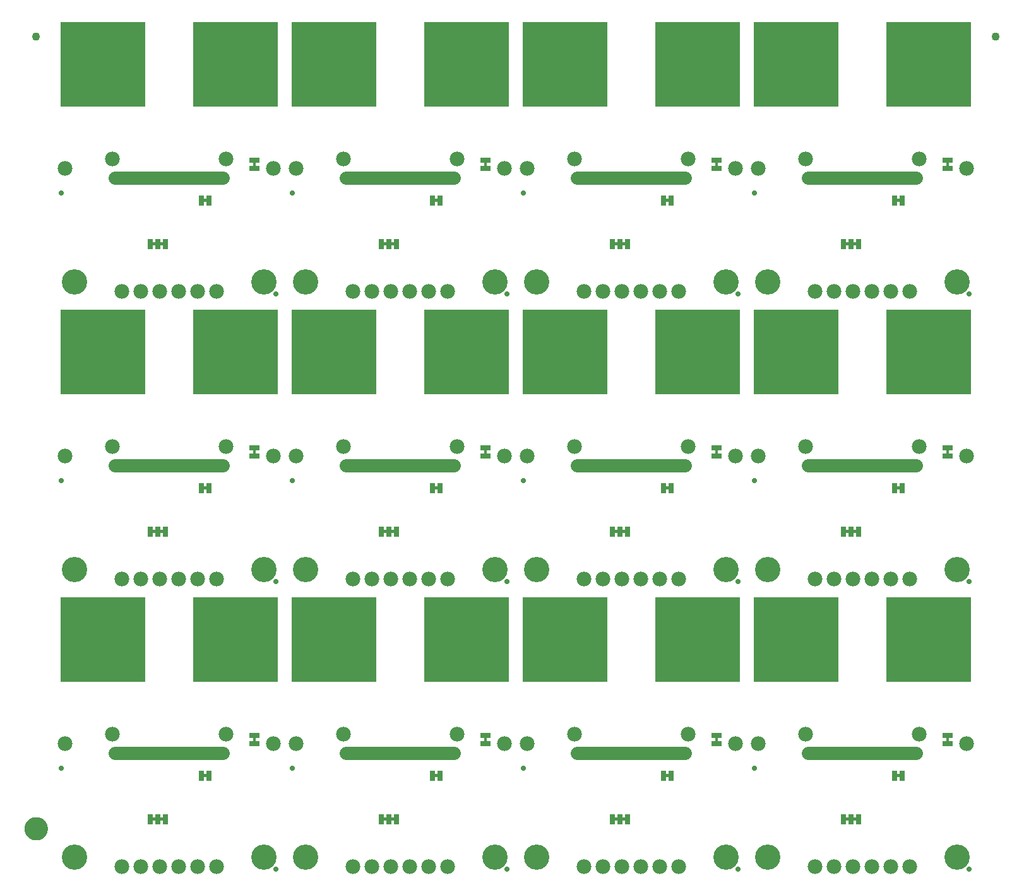
<source format=gbs>
G04 EAGLE Gerber RS-274X export*
G75*
%MOMM*%
%FSLAX34Y34*%
%LPD*%
%INSoldermask Bottom*%
%IPPOS*%
%AMOC8*
5,1,8,0,0,1.08239X$1,22.5*%
G01*
%ADD10C,3.402000*%
%ADD11C,0.735000*%
%ADD12C,1.979600*%
%ADD13R,0.760400X1.370000*%
%ADD14C,10.260000*%
%ADD15C,1.778000*%
%ADD16R,11.430000X11.430000*%
%ADD17R,1.370000X0.760400*%
%ADD18C,1.100000*%
%ADD19C,1.270000*%
%ADD20C,1.600000*%

G36*
X268035Y952512D02*
X268035Y952512D01*
X268101Y952514D01*
X268144Y952532D01*
X268191Y952540D01*
X268248Y952574D01*
X268308Y952599D01*
X268343Y952630D01*
X268384Y952655D01*
X268426Y952706D01*
X268474Y952750D01*
X268496Y952792D01*
X268525Y952829D01*
X268546Y952891D01*
X268577Y952950D01*
X268585Y953004D01*
X268597Y953041D01*
X268596Y953081D01*
X268604Y953135D01*
X268604Y956945D01*
X268593Y957010D01*
X268591Y957076D01*
X268573Y957119D01*
X268565Y957166D01*
X268531Y957223D01*
X268506Y957283D01*
X268475Y957318D01*
X268450Y957359D01*
X268399Y957401D01*
X268355Y957449D01*
X268313Y957471D01*
X268276Y957500D01*
X268214Y957521D01*
X268155Y957552D01*
X268101Y957560D01*
X268064Y957572D01*
X268024Y957571D01*
X267970Y957579D01*
X265430Y957579D01*
X265365Y957568D01*
X265299Y957566D01*
X265256Y957548D01*
X265209Y957540D01*
X265152Y957506D01*
X265092Y957481D01*
X265057Y957450D01*
X265016Y957425D01*
X264975Y957374D01*
X264926Y957330D01*
X264904Y957288D01*
X264875Y957251D01*
X264854Y957189D01*
X264823Y957130D01*
X264815Y957076D01*
X264803Y957039D01*
X264803Y957035D01*
X264803Y957034D01*
X264804Y956999D01*
X264796Y956945D01*
X264796Y953135D01*
X264807Y953070D01*
X264809Y953004D01*
X264827Y952961D01*
X264835Y952914D01*
X264869Y952857D01*
X264894Y952797D01*
X264925Y952762D01*
X264950Y952721D01*
X265001Y952680D01*
X265045Y952631D01*
X265087Y952609D01*
X265124Y952580D01*
X265186Y952559D01*
X265245Y952528D01*
X265299Y952520D01*
X265336Y952508D01*
X265376Y952509D01*
X265430Y952501D01*
X267970Y952501D01*
X268035Y952512D01*
G37*
G36*
X887795Y952512D02*
X887795Y952512D01*
X887861Y952514D01*
X887904Y952532D01*
X887951Y952540D01*
X888008Y952574D01*
X888068Y952599D01*
X888103Y952630D01*
X888144Y952655D01*
X888186Y952706D01*
X888234Y952750D01*
X888256Y952792D01*
X888285Y952829D01*
X888306Y952891D01*
X888337Y952950D01*
X888345Y953004D01*
X888357Y953041D01*
X888356Y953081D01*
X888364Y953135D01*
X888364Y956945D01*
X888353Y957010D01*
X888351Y957076D01*
X888333Y957119D01*
X888325Y957166D01*
X888291Y957223D01*
X888266Y957283D01*
X888235Y957318D01*
X888210Y957359D01*
X888159Y957401D01*
X888115Y957449D01*
X888073Y957471D01*
X888036Y957500D01*
X887974Y957521D01*
X887915Y957552D01*
X887861Y957560D01*
X887824Y957572D01*
X887784Y957571D01*
X887730Y957579D01*
X885190Y957579D01*
X885125Y957568D01*
X885059Y957566D01*
X885016Y957548D01*
X884969Y957540D01*
X884912Y957506D01*
X884852Y957481D01*
X884817Y957450D01*
X884776Y957425D01*
X884735Y957374D01*
X884686Y957330D01*
X884664Y957288D01*
X884635Y957251D01*
X884614Y957189D01*
X884583Y957130D01*
X884575Y957076D01*
X884563Y957039D01*
X884563Y957035D01*
X884563Y957034D01*
X884564Y956999D01*
X884556Y956945D01*
X884556Y953135D01*
X884567Y953070D01*
X884569Y953004D01*
X884587Y952961D01*
X884595Y952914D01*
X884629Y952857D01*
X884654Y952797D01*
X884685Y952762D01*
X884710Y952721D01*
X884761Y952680D01*
X884805Y952631D01*
X884847Y952609D01*
X884884Y952580D01*
X884946Y952559D01*
X885005Y952528D01*
X885059Y952520D01*
X885096Y952508D01*
X885136Y952509D01*
X885190Y952501D01*
X887730Y952501D01*
X887795Y952512D01*
G37*
G36*
X577915Y952512D02*
X577915Y952512D01*
X577981Y952514D01*
X578024Y952532D01*
X578071Y952540D01*
X578128Y952574D01*
X578188Y952599D01*
X578223Y952630D01*
X578264Y952655D01*
X578306Y952706D01*
X578354Y952750D01*
X578376Y952792D01*
X578405Y952829D01*
X578426Y952891D01*
X578457Y952950D01*
X578465Y953004D01*
X578477Y953041D01*
X578476Y953081D01*
X578484Y953135D01*
X578484Y956945D01*
X578473Y957010D01*
X578471Y957076D01*
X578453Y957119D01*
X578445Y957166D01*
X578411Y957223D01*
X578386Y957283D01*
X578355Y957318D01*
X578330Y957359D01*
X578279Y957401D01*
X578235Y957449D01*
X578193Y957471D01*
X578156Y957500D01*
X578094Y957521D01*
X578035Y957552D01*
X577981Y957560D01*
X577944Y957572D01*
X577904Y957571D01*
X577850Y957579D01*
X575310Y957579D01*
X575245Y957568D01*
X575179Y957566D01*
X575136Y957548D01*
X575089Y957540D01*
X575032Y957506D01*
X574972Y957481D01*
X574937Y957450D01*
X574896Y957425D01*
X574855Y957374D01*
X574806Y957330D01*
X574784Y957288D01*
X574755Y957251D01*
X574734Y957189D01*
X574703Y957130D01*
X574695Y957076D01*
X574683Y957039D01*
X574683Y957035D01*
X574683Y957034D01*
X574684Y956999D01*
X574676Y956945D01*
X574676Y953135D01*
X574687Y953070D01*
X574689Y953004D01*
X574707Y952961D01*
X574715Y952914D01*
X574749Y952857D01*
X574774Y952797D01*
X574805Y952762D01*
X574830Y952721D01*
X574881Y952680D01*
X574925Y952631D01*
X574967Y952609D01*
X575004Y952580D01*
X575066Y952559D01*
X575125Y952528D01*
X575179Y952520D01*
X575216Y952508D01*
X575256Y952509D01*
X575310Y952501D01*
X577850Y952501D01*
X577915Y952512D01*
G37*
G36*
X1197675Y952512D02*
X1197675Y952512D01*
X1197741Y952514D01*
X1197784Y952532D01*
X1197831Y952540D01*
X1197888Y952574D01*
X1197948Y952599D01*
X1197983Y952630D01*
X1198024Y952655D01*
X1198066Y952706D01*
X1198114Y952750D01*
X1198136Y952792D01*
X1198165Y952829D01*
X1198186Y952891D01*
X1198217Y952950D01*
X1198225Y953004D01*
X1198237Y953041D01*
X1198236Y953081D01*
X1198244Y953135D01*
X1198244Y956945D01*
X1198233Y957010D01*
X1198231Y957076D01*
X1198213Y957119D01*
X1198205Y957166D01*
X1198171Y957223D01*
X1198146Y957283D01*
X1198115Y957318D01*
X1198090Y957359D01*
X1198039Y957401D01*
X1197995Y957449D01*
X1197953Y957471D01*
X1197916Y957500D01*
X1197854Y957521D01*
X1197795Y957552D01*
X1197741Y957560D01*
X1197704Y957572D01*
X1197664Y957571D01*
X1197610Y957579D01*
X1195070Y957579D01*
X1195005Y957568D01*
X1194939Y957566D01*
X1194896Y957548D01*
X1194849Y957540D01*
X1194792Y957506D01*
X1194732Y957481D01*
X1194697Y957450D01*
X1194656Y957425D01*
X1194615Y957374D01*
X1194566Y957330D01*
X1194544Y957288D01*
X1194515Y957251D01*
X1194494Y957189D01*
X1194463Y957130D01*
X1194455Y957076D01*
X1194443Y957039D01*
X1194443Y957035D01*
X1194443Y957034D01*
X1194444Y956999D01*
X1194436Y956945D01*
X1194436Y953135D01*
X1194447Y953070D01*
X1194449Y953004D01*
X1194467Y952961D01*
X1194475Y952914D01*
X1194509Y952857D01*
X1194534Y952797D01*
X1194565Y952762D01*
X1194590Y952721D01*
X1194641Y952680D01*
X1194685Y952631D01*
X1194727Y952609D01*
X1194764Y952580D01*
X1194826Y952559D01*
X1194885Y952528D01*
X1194939Y952520D01*
X1194976Y952508D01*
X1195016Y952509D01*
X1195070Y952501D01*
X1197610Y952501D01*
X1197675Y952512D01*
G37*
G36*
X577915Y566432D02*
X577915Y566432D01*
X577981Y566434D01*
X578024Y566452D01*
X578071Y566460D01*
X578128Y566494D01*
X578188Y566519D01*
X578223Y566550D01*
X578264Y566575D01*
X578306Y566626D01*
X578354Y566670D01*
X578376Y566712D01*
X578405Y566749D01*
X578426Y566811D01*
X578457Y566870D01*
X578465Y566924D01*
X578477Y566961D01*
X578476Y567001D01*
X578484Y567055D01*
X578484Y570865D01*
X578473Y570930D01*
X578471Y570996D01*
X578453Y571039D01*
X578445Y571086D01*
X578411Y571143D01*
X578386Y571203D01*
X578355Y571238D01*
X578330Y571279D01*
X578279Y571321D01*
X578235Y571369D01*
X578193Y571391D01*
X578156Y571420D01*
X578094Y571441D01*
X578035Y571472D01*
X577981Y571480D01*
X577944Y571492D01*
X577904Y571491D01*
X577850Y571499D01*
X575310Y571499D01*
X575245Y571488D01*
X575179Y571486D01*
X575136Y571468D01*
X575089Y571460D01*
X575032Y571426D01*
X574972Y571401D01*
X574937Y571370D01*
X574896Y571345D01*
X574855Y571294D01*
X574806Y571250D01*
X574784Y571208D01*
X574755Y571171D01*
X574734Y571109D01*
X574703Y571050D01*
X574695Y570996D01*
X574683Y570959D01*
X574683Y570955D01*
X574683Y570954D01*
X574684Y570919D01*
X574676Y570865D01*
X574676Y567055D01*
X574687Y566990D01*
X574689Y566924D01*
X574707Y566881D01*
X574715Y566834D01*
X574749Y566777D01*
X574774Y566717D01*
X574805Y566682D01*
X574830Y566641D01*
X574881Y566600D01*
X574925Y566551D01*
X574967Y566529D01*
X575004Y566500D01*
X575066Y566479D01*
X575125Y566448D01*
X575179Y566440D01*
X575216Y566428D01*
X575256Y566429D01*
X575310Y566421D01*
X577850Y566421D01*
X577915Y566432D01*
G37*
G36*
X268035Y566432D02*
X268035Y566432D01*
X268101Y566434D01*
X268144Y566452D01*
X268191Y566460D01*
X268248Y566494D01*
X268308Y566519D01*
X268343Y566550D01*
X268384Y566575D01*
X268426Y566626D01*
X268474Y566670D01*
X268496Y566712D01*
X268525Y566749D01*
X268546Y566811D01*
X268577Y566870D01*
X268585Y566924D01*
X268597Y566961D01*
X268596Y567001D01*
X268604Y567055D01*
X268604Y570865D01*
X268593Y570930D01*
X268591Y570996D01*
X268573Y571039D01*
X268565Y571086D01*
X268531Y571143D01*
X268506Y571203D01*
X268475Y571238D01*
X268450Y571279D01*
X268399Y571321D01*
X268355Y571369D01*
X268313Y571391D01*
X268276Y571420D01*
X268214Y571441D01*
X268155Y571472D01*
X268101Y571480D01*
X268064Y571492D01*
X268024Y571491D01*
X267970Y571499D01*
X265430Y571499D01*
X265365Y571488D01*
X265299Y571486D01*
X265256Y571468D01*
X265209Y571460D01*
X265152Y571426D01*
X265092Y571401D01*
X265057Y571370D01*
X265016Y571345D01*
X264975Y571294D01*
X264926Y571250D01*
X264904Y571208D01*
X264875Y571171D01*
X264854Y571109D01*
X264823Y571050D01*
X264815Y570996D01*
X264803Y570959D01*
X264803Y570955D01*
X264803Y570954D01*
X264804Y570919D01*
X264796Y570865D01*
X264796Y567055D01*
X264807Y566990D01*
X264809Y566924D01*
X264827Y566881D01*
X264835Y566834D01*
X264869Y566777D01*
X264894Y566717D01*
X264925Y566682D01*
X264950Y566641D01*
X265001Y566600D01*
X265045Y566551D01*
X265087Y566529D01*
X265124Y566500D01*
X265186Y566479D01*
X265245Y566448D01*
X265299Y566440D01*
X265336Y566428D01*
X265376Y566429D01*
X265430Y566421D01*
X267970Y566421D01*
X268035Y566432D01*
G37*
G36*
X887795Y566432D02*
X887795Y566432D01*
X887861Y566434D01*
X887904Y566452D01*
X887951Y566460D01*
X888008Y566494D01*
X888068Y566519D01*
X888103Y566550D01*
X888144Y566575D01*
X888186Y566626D01*
X888234Y566670D01*
X888256Y566712D01*
X888285Y566749D01*
X888306Y566811D01*
X888337Y566870D01*
X888345Y566924D01*
X888357Y566961D01*
X888356Y567001D01*
X888364Y567055D01*
X888364Y570865D01*
X888353Y570930D01*
X888351Y570996D01*
X888333Y571039D01*
X888325Y571086D01*
X888291Y571143D01*
X888266Y571203D01*
X888235Y571238D01*
X888210Y571279D01*
X888159Y571321D01*
X888115Y571369D01*
X888073Y571391D01*
X888036Y571420D01*
X887974Y571441D01*
X887915Y571472D01*
X887861Y571480D01*
X887824Y571492D01*
X887784Y571491D01*
X887730Y571499D01*
X885190Y571499D01*
X885125Y571488D01*
X885059Y571486D01*
X885016Y571468D01*
X884969Y571460D01*
X884912Y571426D01*
X884852Y571401D01*
X884817Y571370D01*
X884776Y571345D01*
X884735Y571294D01*
X884686Y571250D01*
X884664Y571208D01*
X884635Y571171D01*
X884614Y571109D01*
X884583Y571050D01*
X884575Y570996D01*
X884563Y570959D01*
X884563Y570955D01*
X884563Y570954D01*
X884564Y570919D01*
X884556Y570865D01*
X884556Y567055D01*
X884567Y566990D01*
X884569Y566924D01*
X884587Y566881D01*
X884595Y566834D01*
X884629Y566777D01*
X884654Y566717D01*
X884685Y566682D01*
X884710Y566641D01*
X884761Y566600D01*
X884805Y566551D01*
X884847Y566529D01*
X884884Y566500D01*
X884946Y566479D01*
X885005Y566448D01*
X885059Y566440D01*
X885096Y566428D01*
X885136Y566429D01*
X885190Y566421D01*
X887730Y566421D01*
X887795Y566432D01*
G37*
G36*
X1197675Y566432D02*
X1197675Y566432D01*
X1197741Y566434D01*
X1197784Y566452D01*
X1197831Y566460D01*
X1197888Y566494D01*
X1197948Y566519D01*
X1197983Y566550D01*
X1198024Y566575D01*
X1198066Y566626D01*
X1198114Y566670D01*
X1198136Y566712D01*
X1198165Y566749D01*
X1198186Y566811D01*
X1198217Y566870D01*
X1198225Y566924D01*
X1198237Y566961D01*
X1198236Y567001D01*
X1198244Y567055D01*
X1198244Y570865D01*
X1198233Y570930D01*
X1198231Y570996D01*
X1198213Y571039D01*
X1198205Y571086D01*
X1198171Y571143D01*
X1198146Y571203D01*
X1198115Y571238D01*
X1198090Y571279D01*
X1198039Y571321D01*
X1197995Y571369D01*
X1197953Y571391D01*
X1197916Y571420D01*
X1197854Y571441D01*
X1197795Y571472D01*
X1197741Y571480D01*
X1197704Y571492D01*
X1197664Y571491D01*
X1197610Y571499D01*
X1195070Y571499D01*
X1195005Y571488D01*
X1194939Y571486D01*
X1194896Y571468D01*
X1194849Y571460D01*
X1194792Y571426D01*
X1194732Y571401D01*
X1194697Y571370D01*
X1194656Y571345D01*
X1194615Y571294D01*
X1194566Y571250D01*
X1194544Y571208D01*
X1194515Y571171D01*
X1194494Y571109D01*
X1194463Y571050D01*
X1194455Y570996D01*
X1194443Y570959D01*
X1194443Y570955D01*
X1194443Y570954D01*
X1194444Y570919D01*
X1194436Y570865D01*
X1194436Y567055D01*
X1194447Y566990D01*
X1194449Y566924D01*
X1194467Y566881D01*
X1194475Y566834D01*
X1194509Y566777D01*
X1194534Y566717D01*
X1194565Y566682D01*
X1194590Y566641D01*
X1194641Y566600D01*
X1194685Y566551D01*
X1194727Y566529D01*
X1194764Y566500D01*
X1194826Y566479D01*
X1194885Y566448D01*
X1194939Y566440D01*
X1194976Y566428D01*
X1195016Y566429D01*
X1195070Y566421D01*
X1197610Y566421D01*
X1197675Y566432D01*
G37*
G36*
X577915Y180352D02*
X577915Y180352D01*
X577981Y180354D01*
X578024Y180372D01*
X578071Y180380D01*
X578128Y180414D01*
X578188Y180439D01*
X578223Y180470D01*
X578264Y180495D01*
X578306Y180546D01*
X578354Y180590D01*
X578376Y180632D01*
X578405Y180669D01*
X578426Y180731D01*
X578457Y180790D01*
X578465Y180844D01*
X578477Y180881D01*
X578476Y180921D01*
X578484Y180975D01*
X578484Y184785D01*
X578473Y184850D01*
X578471Y184916D01*
X578453Y184959D01*
X578445Y185006D01*
X578411Y185063D01*
X578386Y185123D01*
X578355Y185158D01*
X578330Y185199D01*
X578279Y185241D01*
X578235Y185289D01*
X578193Y185311D01*
X578156Y185340D01*
X578094Y185361D01*
X578035Y185392D01*
X577981Y185400D01*
X577944Y185412D01*
X577904Y185411D01*
X577850Y185419D01*
X575310Y185419D01*
X575245Y185408D01*
X575179Y185406D01*
X575136Y185388D01*
X575089Y185380D01*
X575032Y185346D01*
X574972Y185321D01*
X574937Y185290D01*
X574896Y185265D01*
X574855Y185214D01*
X574806Y185170D01*
X574784Y185128D01*
X574755Y185091D01*
X574734Y185029D01*
X574703Y184970D01*
X574695Y184916D01*
X574683Y184879D01*
X574683Y184875D01*
X574683Y184874D01*
X574684Y184839D01*
X574676Y184785D01*
X574676Y180975D01*
X574687Y180910D01*
X574689Y180844D01*
X574707Y180801D01*
X574715Y180754D01*
X574749Y180697D01*
X574774Y180637D01*
X574805Y180602D01*
X574830Y180561D01*
X574881Y180520D01*
X574925Y180471D01*
X574967Y180449D01*
X575004Y180420D01*
X575066Y180399D01*
X575125Y180368D01*
X575179Y180360D01*
X575216Y180348D01*
X575256Y180349D01*
X575310Y180341D01*
X577850Y180341D01*
X577915Y180352D01*
G37*
G36*
X887795Y180352D02*
X887795Y180352D01*
X887861Y180354D01*
X887904Y180372D01*
X887951Y180380D01*
X888008Y180414D01*
X888068Y180439D01*
X888103Y180470D01*
X888144Y180495D01*
X888186Y180546D01*
X888234Y180590D01*
X888256Y180632D01*
X888285Y180669D01*
X888306Y180731D01*
X888337Y180790D01*
X888345Y180844D01*
X888357Y180881D01*
X888356Y180921D01*
X888364Y180975D01*
X888364Y184785D01*
X888353Y184850D01*
X888351Y184916D01*
X888333Y184959D01*
X888325Y185006D01*
X888291Y185063D01*
X888266Y185123D01*
X888235Y185158D01*
X888210Y185199D01*
X888159Y185241D01*
X888115Y185289D01*
X888073Y185311D01*
X888036Y185340D01*
X887974Y185361D01*
X887915Y185392D01*
X887861Y185400D01*
X887824Y185412D01*
X887784Y185411D01*
X887730Y185419D01*
X885190Y185419D01*
X885125Y185408D01*
X885059Y185406D01*
X885016Y185388D01*
X884969Y185380D01*
X884912Y185346D01*
X884852Y185321D01*
X884817Y185290D01*
X884776Y185265D01*
X884735Y185214D01*
X884686Y185170D01*
X884664Y185128D01*
X884635Y185091D01*
X884614Y185029D01*
X884583Y184970D01*
X884575Y184916D01*
X884563Y184879D01*
X884563Y184875D01*
X884563Y184874D01*
X884564Y184839D01*
X884556Y184785D01*
X884556Y180975D01*
X884567Y180910D01*
X884569Y180844D01*
X884587Y180801D01*
X884595Y180754D01*
X884629Y180697D01*
X884654Y180637D01*
X884685Y180602D01*
X884710Y180561D01*
X884761Y180520D01*
X884805Y180471D01*
X884847Y180449D01*
X884884Y180420D01*
X884946Y180399D01*
X885005Y180368D01*
X885059Y180360D01*
X885096Y180348D01*
X885136Y180349D01*
X885190Y180341D01*
X887730Y180341D01*
X887795Y180352D01*
G37*
G36*
X268035Y180352D02*
X268035Y180352D01*
X268101Y180354D01*
X268144Y180372D01*
X268191Y180380D01*
X268248Y180414D01*
X268308Y180439D01*
X268343Y180470D01*
X268384Y180495D01*
X268426Y180546D01*
X268474Y180590D01*
X268496Y180632D01*
X268525Y180669D01*
X268546Y180731D01*
X268577Y180790D01*
X268585Y180844D01*
X268597Y180881D01*
X268596Y180921D01*
X268604Y180975D01*
X268604Y184785D01*
X268593Y184850D01*
X268591Y184916D01*
X268573Y184959D01*
X268565Y185006D01*
X268531Y185063D01*
X268506Y185123D01*
X268475Y185158D01*
X268450Y185199D01*
X268399Y185241D01*
X268355Y185289D01*
X268313Y185311D01*
X268276Y185340D01*
X268214Y185361D01*
X268155Y185392D01*
X268101Y185400D01*
X268064Y185412D01*
X268024Y185411D01*
X267970Y185419D01*
X265430Y185419D01*
X265365Y185408D01*
X265299Y185406D01*
X265256Y185388D01*
X265209Y185380D01*
X265152Y185346D01*
X265092Y185321D01*
X265057Y185290D01*
X265016Y185265D01*
X264975Y185214D01*
X264926Y185170D01*
X264904Y185128D01*
X264875Y185091D01*
X264854Y185029D01*
X264823Y184970D01*
X264815Y184916D01*
X264803Y184879D01*
X264803Y184875D01*
X264803Y184874D01*
X264804Y184839D01*
X264796Y184785D01*
X264796Y180975D01*
X264807Y180910D01*
X264809Y180844D01*
X264827Y180801D01*
X264835Y180754D01*
X264869Y180697D01*
X264894Y180637D01*
X264925Y180602D01*
X264950Y180561D01*
X265001Y180520D01*
X265045Y180471D01*
X265087Y180449D01*
X265124Y180420D01*
X265186Y180399D01*
X265245Y180368D01*
X265299Y180360D01*
X265336Y180348D01*
X265376Y180349D01*
X265430Y180341D01*
X267970Y180341D01*
X268035Y180352D01*
G37*
G36*
X1197675Y180352D02*
X1197675Y180352D01*
X1197741Y180354D01*
X1197784Y180372D01*
X1197831Y180380D01*
X1197888Y180414D01*
X1197948Y180439D01*
X1197983Y180470D01*
X1198024Y180495D01*
X1198066Y180546D01*
X1198114Y180590D01*
X1198136Y180632D01*
X1198165Y180669D01*
X1198186Y180731D01*
X1198217Y180790D01*
X1198225Y180844D01*
X1198237Y180881D01*
X1198236Y180921D01*
X1198244Y180975D01*
X1198244Y184785D01*
X1198233Y184850D01*
X1198231Y184916D01*
X1198213Y184959D01*
X1198205Y185006D01*
X1198171Y185063D01*
X1198146Y185123D01*
X1198115Y185158D01*
X1198090Y185199D01*
X1198039Y185241D01*
X1197995Y185289D01*
X1197953Y185311D01*
X1197916Y185340D01*
X1197854Y185361D01*
X1197795Y185392D01*
X1197741Y185400D01*
X1197704Y185412D01*
X1197664Y185411D01*
X1197610Y185419D01*
X1195070Y185419D01*
X1195005Y185408D01*
X1194939Y185406D01*
X1194896Y185388D01*
X1194849Y185380D01*
X1194792Y185346D01*
X1194732Y185321D01*
X1194697Y185290D01*
X1194656Y185265D01*
X1194615Y185214D01*
X1194566Y185170D01*
X1194544Y185128D01*
X1194515Y185091D01*
X1194494Y185029D01*
X1194463Y184970D01*
X1194455Y184916D01*
X1194443Y184879D01*
X1194443Y184875D01*
X1194443Y184874D01*
X1194444Y184839D01*
X1194436Y184785D01*
X1194436Y180975D01*
X1194447Y180910D01*
X1194449Y180844D01*
X1194467Y180801D01*
X1194475Y180754D01*
X1194509Y180697D01*
X1194534Y180637D01*
X1194565Y180602D01*
X1194590Y180561D01*
X1194641Y180520D01*
X1194685Y180471D01*
X1194727Y180449D01*
X1194764Y180420D01*
X1194826Y180399D01*
X1194885Y180368D01*
X1194939Y180360D01*
X1194976Y180348D01*
X1195016Y180349D01*
X1195070Y180341D01*
X1197610Y180341D01*
X1197675Y180352D01*
G37*
G36*
X512510Y904887D02*
X512510Y904887D01*
X512576Y904889D01*
X512619Y904907D01*
X512666Y904915D01*
X512723Y904949D01*
X512783Y904974D01*
X512818Y905005D01*
X512859Y905030D01*
X512901Y905081D01*
X512949Y905125D01*
X512971Y905167D01*
X513000Y905204D01*
X513021Y905266D01*
X513052Y905325D01*
X513060Y905379D01*
X513072Y905416D01*
X513071Y905456D01*
X513079Y905510D01*
X513079Y908050D01*
X513068Y908115D01*
X513066Y908181D01*
X513048Y908224D01*
X513040Y908271D01*
X513006Y908328D01*
X512981Y908388D01*
X512950Y908423D01*
X512925Y908464D01*
X512874Y908506D01*
X512830Y908554D01*
X512788Y908576D01*
X512751Y908605D01*
X512689Y908626D01*
X512630Y908657D01*
X512576Y908665D01*
X512539Y908677D01*
X512499Y908676D01*
X512445Y908684D01*
X508635Y908684D01*
X508570Y908673D01*
X508504Y908671D01*
X508461Y908653D01*
X508414Y908645D01*
X508357Y908611D01*
X508297Y908586D01*
X508262Y908555D01*
X508221Y908530D01*
X508180Y908479D01*
X508131Y908435D01*
X508109Y908393D01*
X508080Y908356D01*
X508059Y908294D01*
X508028Y908235D01*
X508020Y908181D01*
X508008Y908144D01*
X508008Y908141D01*
X508009Y908104D01*
X508001Y908050D01*
X508001Y905510D01*
X508012Y905445D01*
X508014Y905379D01*
X508032Y905336D01*
X508040Y905289D01*
X508074Y905232D01*
X508099Y905172D01*
X508130Y905137D01*
X508155Y905096D01*
X508206Y905055D01*
X508250Y905006D01*
X508292Y904984D01*
X508329Y904955D01*
X508391Y904934D01*
X508450Y904903D01*
X508504Y904895D01*
X508541Y904883D01*
X508581Y904884D01*
X508635Y904876D01*
X512445Y904876D01*
X512510Y904887D01*
G37*
G36*
X1132270Y904887D02*
X1132270Y904887D01*
X1132336Y904889D01*
X1132379Y904907D01*
X1132426Y904915D01*
X1132483Y904949D01*
X1132543Y904974D01*
X1132578Y905005D01*
X1132619Y905030D01*
X1132661Y905081D01*
X1132709Y905125D01*
X1132731Y905167D01*
X1132760Y905204D01*
X1132781Y905266D01*
X1132812Y905325D01*
X1132820Y905379D01*
X1132832Y905416D01*
X1132831Y905456D01*
X1132839Y905510D01*
X1132839Y908050D01*
X1132828Y908115D01*
X1132826Y908181D01*
X1132808Y908224D01*
X1132800Y908271D01*
X1132766Y908328D01*
X1132741Y908388D01*
X1132710Y908423D01*
X1132685Y908464D01*
X1132634Y908506D01*
X1132590Y908554D01*
X1132548Y908576D01*
X1132511Y908605D01*
X1132449Y908626D01*
X1132390Y908657D01*
X1132336Y908665D01*
X1132299Y908677D01*
X1132259Y908676D01*
X1132205Y908684D01*
X1128395Y908684D01*
X1128330Y908673D01*
X1128264Y908671D01*
X1128221Y908653D01*
X1128174Y908645D01*
X1128117Y908611D01*
X1128057Y908586D01*
X1128022Y908555D01*
X1127981Y908530D01*
X1127940Y908479D01*
X1127891Y908435D01*
X1127869Y908393D01*
X1127840Y908356D01*
X1127819Y908294D01*
X1127788Y908235D01*
X1127780Y908181D01*
X1127768Y908144D01*
X1127768Y908141D01*
X1127769Y908104D01*
X1127761Y908050D01*
X1127761Y905510D01*
X1127772Y905445D01*
X1127774Y905379D01*
X1127792Y905336D01*
X1127800Y905289D01*
X1127834Y905232D01*
X1127859Y905172D01*
X1127890Y905137D01*
X1127915Y905096D01*
X1127966Y905055D01*
X1128010Y905006D01*
X1128052Y904984D01*
X1128089Y904955D01*
X1128151Y904934D01*
X1128210Y904903D01*
X1128264Y904895D01*
X1128301Y904883D01*
X1128341Y904884D01*
X1128395Y904876D01*
X1132205Y904876D01*
X1132270Y904887D01*
G37*
G36*
X202630Y904887D02*
X202630Y904887D01*
X202696Y904889D01*
X202739Y904907D01*
X202786Y904915D01*
X202843Y904949D01*
X202903Y904974D01*
X202938Y905005D01*
X202979Y905030D01*
X203021Y905081D01*
X203069Y905125D01*
X203091Y905167D01*
X203120Y905204D01*
X203141Y905266D01*
X203172Y905325D01*
X203180Y905379D01*
X203192Y905416D01*
X203191Y905456D01*
X203199Y905510D01*
X203199Y908050D01*
X203188Y908115D01*
X203186Y908181D01*
X203168Y908224D01*
X203160Y908271D01*
X203126Y908328D01*
X203101Y908388D01*
X203070Y908423D01*
X203045Y908464D01*
X202994Y908506D01*
X202950Y908554D01*
X202908Y908576D01*
X202871Y908605D01*
X202809Y908626D01*
X202750Y908657D01*
X202696Y908665D01*
X202659Y908677D01*
X202619Y908676D01*
X202565Y908684D01*
X198755Y908684D01*
X198690Y908673D01*
X198624Y908671D01*
X198581Y908653D01*
X198534Y908645D01*
X198477Y908611D01*
X198417Y908586D01*
X198382Y908555D01*
X198341Y908530D01*
X198300Y908479D01*
X198251Y908435D01*
X198229Y908393D01*
X198200Y908356D01*
X198179Y908294D01*
X198148Y908235D01*
X198140Y908181D01*
X198128Y908144D01*
X198128Y908141D01*
X198129Y908104D01*
X198121Y908050D01*
X198121Y905510D01*
X198132Y905445D01*
X198134Y905379D01*
X198152Y905336D01*
X198160Y905289D01*
X198194Y905232D01*
X198219Y905172D01*
X198250Y905137D01*
X198275Y905096D01*
X198326Y905055D01*
X198370Y905006D01*
X198412Y904984D01*
X198449Y904955D01*
X198511Y904934D01*
X198570Y904903D01*
X198624Y904895D01*
X198661Y904883D01*
X198701Y904884D01*
X198755Y904876D01*
X202565Y904876D01*
X202630Y904887D01*
G37*
G36*
X822390Y904887D02*
X822390Y904887D01*
X822456Y904889D01*
X822499Y904907D01*
X822546Y904915D01*
X822603Y904949D01*
X822663Y904974D01*
X822698Y905005D01*
X822739Y905030D01*
X822781Y905081D01*
X822829Y905125D01*
X822851Y905167D01*
X822880Y905204D01*
X822901Y905266D01*
X822932Y905325D01*
X822940Y905379D01*
X822952Y905416D01*
X822951Y905456D01*
X822959Y905510D01*
X822959Y908050D01*
X822948Y908115D01*
X822946Y908181D01*
X822928Y908224D01*
X822920Y908271D01*
X822886Y908328D01*
X822861Y908388D01*
X822830Y908423D01*
X822805Y908464D01*
X822754Y908506D01*
X822710Y908554D01*
X822668Y908576D01*
X822631Y908605D01*
X822569Y908626D01*
X822510Y908657D01*
X822456Y908665D01*
X822419Y908677D01*
X822379Y908676D01*
X822325Y908684D01*
X818515Y908684D01*
X818450Y908673D01*
X818384Y908671D01*
X818341Y908653D01*
X818294Y908645D01*
X818237Y908611D01*
X818177Y908586D01*
X818142Y908555D01*
X818101Y908530D01*
X818060Y908479D01*
X818011Y908435D01*
X817989Y908393D01*
X817960Y908356D01*
X817939Y908294D01*
X817908Y908235D01*
X817900Y908181D01*
X817888Y908144D01*
X817888Y908141D01*
X817889Y908104D01*
X817881Y908050D01*
X817881Y905510D01*
X817892Y905445D01*
X817894Y905379D01*
X817912Y905336D01*
X817920Y905289D01*
X817954Y905232D01*
X817979Y905172D01*
X818010Y905137D01*
X818035Y905096D01*
X818086Y905055D01*
X818130Y905006D01*
X818172Y904984D01*
X818209Y904955D01*
X818271Y904934D01*
X818330Y904903D01*
X818384Y904895D01*
X818421Y904883D01*
X818461Y904884D01*
X818515Y904876D01*
X822325Y904876D01*
X822390Y904887D01*
G37*
G36*
X454090Y846467D02*
X454090Y846467D01*
X454156Y846469D01*
X454199Y846487D01*
X454246Y846495D01*
X454303Y846529D01*
X454363Y846554D01*
X454398Y846585D01*
X454439Y846610D01*
X454481Y846661D01*
X454529Y846705D01*
X454551Y846747D01*
X454580Y846784D01*
X454601Y846846D01*
X454632Y846905D01*
X454640Y846959D01*
X454652Y846996D01*
X454651Y847036D01*
X454659Y847090D01*
X454659Y849630D01*
X454648Y849695D01*
X454646Y849761D01*
X454628Y849804D01*
X454620Y849851D01*
X454586Y849908D01*
X454561Y849968D01*
X454530Y850003D01*
X454505Y850044D01*
X454454Y850086D01*
X454410Y850134D01*
X454368Y850156D01*
X454331Y850185D01*
X454269Y850206D01*
X454210Y850237D01*
X454156Y850245D01*
X454119Y850257D01*
X454079Y850256D01*
X454025Y850264D01*
X450215Y850264D01*
X450150Y850253D01*
X450084Y850251D01*
X450041Y850233D01*
X449994Y850225D01*
X449937Y850191D01*
X449877Y850166D01*
X449842Y850135D01*
X449801Y850110D01*
X449760Y850059D01*
X449711Y850015D01*
X449689Y849973D01*
X449660Y849936D01*
X449639Y849874D01*
X449608Y849815D01*
X449600Y849761D01*
X449588Y849724D01*
X449588Y849721D01*
X449589Y849684D01*
X449581Y849630D01*
X449581Y847090D01*
X449592Y847025D01*
X449594Y846959D01*
X449612Y846916D01*
X449620Y846869D01*
X449654Y846812D01*
X449679Y846752D01*
X449710Y846717D01*
X449735Y846676D01*
X449786Y846635D01*
X449830Y846586D01*
X449872Y846564D01*
X449909Y846535D01*
X449971Y846514D01*
X450030Y846483D01*
X450084Y846475D01*
X450121Y846463D01*
X450161Y846464D01*
X450215Y846456D01*
X454025Y846456D01*
X454090Y846467D01*
G37*
G36*
X134050Y846467D02*
X134050Y846467D01*
X134116Y846469D01*
X134159Y846487D01*
X134206Y846495D01*
X134263Y846529D01*
X134323Y846554D01*
X134358Y846585D01*
X134399Y846610D01*
X134441Y846661D01*
X134489Y846705D01*
X134511Y846747D01*
X134540Y846784D01*
X134561Y846846D01*
X134592Y846905D01*
X134600Y846959D01*
X134612Y846996D01*
X134611Y847036D01*
X134619Y847090D01*
X134619Y849630D01*
X134608Y849695D01*
X134606Y849761D01*
X134588Y849804D01*
X134580Y849851D01*
X134546Y849908D01*
X134521Y849968D01*
X134490Y850003D01*
X134465Y850044D01*
X134414Y850086D01*
X134370Y850134D01*
X134328Y850156D01*
X134291Y850185D01*
X134229Y850206D01*
X134170Y850237D01*
X134116Y850245D01*
X134079Y850257D01*
X134039Y850256D01*
X133985Y850264D01*
X130175Y850264D01*
X130110Y850253D01*
X130044Y850251D01*
X130001Y850233D01*
X129954Y850225D01*
X129897Y850191D01*
X129837Y850166D01*
X129802Y850135D01*
X129761Y850110D01*
X129720Y850059D01*
X129671Y850015D01*
X129649Y849973D01*
X129620Y849936D01*
X129599Y849874D01*
X129568Y849815D01*
X129560Y849761D01*
X129548Y849724D01*
X129548Y849721D01*
X129549Y849684D01*
X129541Y849630D01*
X129541Y847090D01*
X129552Y847025D01*
X129554Y846959D01*
X129572Y846916D01*
X129580Y846869D01*
X129614Y846812D01*
X129639Y846752D01*
X129670Y846717D01*
X129695Y846676D01*
X129746Y846635D01*
X129790Y846586D01*
X129832Y846564D01*
X129869Y846535D01*
X129931Y846514D01*
X129990Y846483D01*
X130044Y846475D01*
X130081Y846463D01*
X130121Y846464D01*
X130175Y846456D01*
X133985Y846456D01*
X134050Y846467D01*
G37*
G36*
X1073850Y846467D02*
X1073850Y846467D01*
X1073916Y846469D01*
X1073959Y846487D01*
X1074006Y846495D01*
X1074063Y846529D01*
X1074123Y846554D01*
X1074158Y846585D01*
X1074199Y846610D01*
X1074241Y846661D01*
X1074289Y846705D01*
X1074311Y846747D01*
X1074340Y846784D01*
X1074361Y846846D01*
X1074392Y846905D01*
X1074400Y846959D01*
X1074412Y846996D01*
X1074411Y847036D01*
X1074419Y847090D01*
X1074419Y849630D01*
X1074408Y849695D01*
X1074406Y849761D01*
X1074388Y849804D01*
X1074380Y849851D01*
X1074346Y849908D01*
X1074321Y849968D01*
X1074290Y850003D01*
X1074265Y850044D01*
X1074214Y850086D01*
X1074170Y850134D01*
X1074128Y850156D01*
X1074091Y850185D01*
X1074029Y850206D01*
X1073970Y850237D01*
X1073916Y850245D01*
X1073879Y850257D01*
X1073839Y850256D01*
X1073785Y850264D01*
X1069975Y850264D01*
X1069910Y850253D01*
X1069844Y850251D01*
X1069801Y850233D01*
X1069754Y850225D01*
X1069697Y850191D01*
X1069637Y850166D01*
X1069602Y850135D01*
X1069561Y850110D01*
X1069520Y850059D01*
X1069471Y850015D01*
X1069449Y849973D01*
X1069420Y849936D01*
X1069399Y849874D01*
X1069368Y849815D01*
X1069360Y849761D01*
X1069348Y849724D01*
X1069348Y849721D01*
X1069349Y849684D01*
X1069341Y849630D01*
X1069341Y847090D01*
X1069352Y847025D01*
X1069354Y846959D01*
X1069372Y846916D01*
X1069380Y846869D01*
X1069414Y846812D01*
X1069439Y846752D01*
X1069470Y846717D01*
X1069495Y846676D01*
X1069546Y846635D01*
X1069590Y846586D01*
X1069632Y846564D01*
X1069669Y846535D01*
X1069731Y846514D01*
X1069790Y846483D01*
X1069844Y846475D01*
X1069881Y846463D01*
X1069921Y846464D01*
X1069975Y846456D01*
X1073785Y846456D01*
X1073850Y846467D01*
G37*
G36*
X763970Y846467D02*
X763970Y846467D01*
X764036Y846469D01*
X764079Y846487D01*
X764126Y846495D01*
X764183Y846529D01*
X764243Y846554D01*
X764278Y846585D01*
X764319Y846610D01*
X764361Y846661D01*
X764409Y846705D01*
X764431Y846747D01*
X764460Y846784D01*
X764481Y846846D01*
X764512Y846905D01*
X764520Y846959D01*
X764532Y846996D01*
X764531Y847036D01*
X764539Y847090D01*
X764539Y849630D01*
X764528Y849695D01*
X764526Y849761D01*
X764508Y849804D01*
X764500Y849851D01*
X764466Y849908D01*
X764441Y849968D01*
X764410Y850003D01*
X764385Y850044D01*
X764334Y850086D01*
X764290Y850134D01*
X764248Y850156D01*
X764211Y850185D01*
X764149Y850206D01*
X764090Y850237D01*
X764036Y850245D01*
X763999Y850257D01*
X763959Y850256D01*
X763905Y850264D01*
X760095Y850264D01*
X760030Y850253D01*
X759964Y850251D01*
X759921Y850233D01*
X759874Y850225D01*
X759817Y850191D01*
X759757Y850166D01*
X759722Y850135D01*
X759681Y850110D01*
X759640Y850059D01*
X759591Y850015D01*
X759569Y849973D01*
X759540Y849936D01*
X759519Y849874D01*
X759488Y849815D01*
X759480Y849761D01*
X759468Y849724D01*
X759468Y849721D01*
X759469Y849684D01*
X759461Y849630D01*
X759461Y847090D01*
X759472Y847025D01*
X759474Y846959D01*
X759492Y846916D01*
X759500Y846869D01*
X759534Y846812D01*
X759559Y846752D01*
X759590Y846717D01*
X759615Y846676D01*
X759666Y846635D01*
X759710Y846586D01*
X759752Y846564D01*
X759789Y846535D01*
X759851Y846514D01*
X759910Y846483D01*
X759964Y846475D01*
X760001Y846463D01*
X760041Y846464D01*
X760095Y846456D01*
X763905Y846456D01*
X763970Y846467D01*
G37*
G36*
X202630Y518807D02*
X202630Y518807D01*
X202696Y518809D01*
X202739Y518827D01*
X202786Y518835D01*
X202843Y518869D01*
X202903Y518894D01*
X202938Y518925D01*
X202979Y518950D01*
X203021Y519001D01*
X203069Y519045D01*
X203091Y519087D01*
X203120Y519124D01*
X203141Y519186D01*
X203172Y519245D01*
X203180Y519299D01*
X203192Y519336D01*
X203191Y519376D01*
X203199Y519430D01*
X203199Y521970D01*
X203188Y522035D01*
X203186Y522101D01*
X203168Y522144D01*
X203160Y522191D01*
X203126Y522248D01*
X203101Y522308D01*
X203070Y522343D01*
X203045Y522384D01*
X202994Y522426D01*
X202950Y522474D01*
X202908Y522496D01*
X202871Y522525D01*
X202809Y522546D01*
X202750Y522577D01*
X202696Y522585D01*
X202659Y522597D01*
X202619Y522596D01*
X202565Y522604D01*
X198755Y522604D01*
X198690Y522593D01*
X198624Y522591D01*
X198581Y522573D01*
X198534Y522565D01*
X198477Y522531D01*
X198417Y522506D01*
X198382Y522475D01*
X198341Y522450D01*
X198300Y522399D01*
X198251Y522355D01*
X198229Y522313D01*
X198200Y522276D01*
X198179Y522214D01*
X198148Y522155D01*
X198140Y522101D01*
X198128Y522064D01*
X198128Y522061D01*
X198129Y522024D01*
X198121Y521970D01*
X198121Y519430D01*
X198132Y519365D01*
X198134Y519299D01*
X198152Y519256D01*
X198160Y519209D01*
X198194Y519152D01*
X198219Y519092D01*
X198250Y519057D01*
X198275Y519016D01*
X198326Y518975D01*
X198370Y518926D01*
X198412Y518904D01*
X198449Y518875D01*
X198511Y518854D01*
X198570Y518823D01*
X198624Y518815D01*
X198661Y518803D01*
X198701Y518804D01*
X198755Y518796D01*
X202565Y518796D01*
X202630Y518807D01*
G37*
G36*
X822390Y518807D02*
X822390Y518807D01*
X822456Y518809D01*
X822499Y518827D01*
X822546Y518835D01*
X822603Y518869D01*
X822663Y518894D01*
X822698Y518925D01*
X822739Y518950D01*
X822781Y519001D01*
X822829Y519045D01*
X822851Y519087D01*
X822880Y519124D01*
X822901Y519186D01*
X822932Y519245D01*
X822940Y519299D01*
X822952Y519336D01*
X822951Y519376D01*
X822959Y519430D01*
X822959Y521970D01*
X822948Y522035D01*
X822946Y522101D01*
X822928Y522144D01*
X822920Y522191D01*
X822886Y522248D01*
X822861Y522308D01*
X822830Y522343D01*
X822805Y522384D01*
X822754Y522426D01*
X822710Y522474D01*
X822668Y522496D01*
X822631Y522525D01*
X822569Y522546D01*
X822510Y522577D01*
X822456Y522585D01*
X822419Y522597D01*
X822379Y522596D01*
X822325Y522604D01*
X818515Y522604D01*
X818450Y522593D01*
X818384Y522591D01*
X818341Y522573D01*
X818294Y522565D01*
X818237Y522531D01*
X818177Y522506D01*
X818142Y522475D01*
X818101Y522450D01*
X818060Y522399D01*
X818011Y522355D01*
X817989Y522313D01*
X817960Y522276D01*
X817939Y522214D01*
X817908Y522155D01*
X817900Y522101D01*
X817888Y522064D01*
X817888Y522061D01*
X817889Y522024D01*
X817881Y521970D01*
X817881Y519430D01*
X817892Y519365D01*
X817894Y519299D01*
X817912Y519256D01*
X817920Y519209D01*
X817954Y519152D01*
X817979Y519092D01*
X818010Y519057D01*
X818035Y519016D01*
X818086Y518975D01*
X818130Y518926D01*
X818172Y518904D01*
X818209Y518875D01*
X818271Y518854D01*
X818330Y518823D01*
X818384Y518815D01*
X818421Y518803D01*
X818461Y518804D01*
X818515Y518796D01*
X822325Y518796D01*
X822390Y518807D01*
G37*
G36*
X1132270Y518807D02*
X1132270Y518807D01*
X1132336Y518809D01*
X1132379Y518827D01*
X1132426Y518835D01*
X1132483Y518869D01*
X1132543Y518894D01*
X1132578Y518925D01*
X1132619Y518950D01*
X1132661Y519001D01*
X1132709Y519045D01*
X1132731Y519087D01*
X1132760Y519124D01*
X1132781Y519186D01*
X1132812Y519245D01*
X1132820Y519299D01*
X1132832Y519336D01*
X1132831Y519376D01*
X1132839Y519430D01*
X1132839Y521970D01*
X1132828Y522035D01*
X1132826Y522101D01*
X1132808Y522144D01*
X1132800Y522191D01*
X1132766Y522248D01*
X1132741Y522308D01*
X1132710Y522343D01*
X1132685Y522384D01*
X1132634Y522426D01*
X1132590Y522474D01*
X1132548Y522496D01*
X1132511Y522525D01*
X1132449Y522546D01*
X1132390Y522577D01*
X1132336Y522585D01*
X1132299Y522597D01*
X1132259Y522596D01*
X1132205Y522604D01*
X1128395Y522604D01*
X1128330Y522593D01*
X1128264Y522591D01*
X1128221Y522573D01*
X1128174Y522565D01*
X1128117Y522531D01*
X1128057Y522506D01*
X1128022Y522475D01*
X1127981Y522450D01*
X1127940Y522399D01*
X1127891Y522355D01*
X1127869Y522313D01*
X1127840Y522276D01*
X1127819Y522214D01*
X1127788Y522155D01*
X1127780Y522101D01*
X1127768Y522064D01*
X1127768Y522061D01*
X1127769Y522024D01*
X1127761Y521970D01*
X1127761Y519430D01*
X1127772Y519365D01*
X1127774Y519299D01*
X1127792Y519256D01*
X1127800Y519209D01*
X1127834Y519152D01*
X1127859Y519092D01*
X1127890Y519057D01*
X1127915Y519016D01*
X1127966Y518975D01*
X1128010Y518926D01*
X1128052Y518904D01*
X1128089Y518875D01*
X1128151Y518854D01*
X1128210Y518823D01*
X1128264Y518815D01*
X1128301Y518803D01*
X1128341Y518804D01*
X1128395Y518796D01*
X1132205Y518796D01*
X1132270Y518807D01*
G37*
G36*
X512510Y518807D02*
X512510Y518807D01*
X512576Y518809D01*
X512619Y518827D01*
X512666Y518835D01*
X512723Y518869D01*
X512783Y518894D01*
X512818Y518925D01*
X512859Y518950D01*
X512901Y519001D01*
X512949Y519045D01*
X512971Y519087D01*
X513000Y519124D01*
X513021Y519186D01*
X513052Y519245D01*
X513060Y519299D01*
X513072Y519336D01*
X513071Y519376D01*
X513079Y519430D01*
X513079Y521970D01*
X513068Y522035D01*
X513066Y522101D01*
X513048Y522144D01*
X513040Y522191D01*
X513006Y522248D01*
X512981Y522308D01*
X512950Y522343D01*
X512925Y522384D01*
X512874Y522426D01*
X512830Y522474D01*
X512788Y522496D01*
X512751Y522525D01*
X512689Y522546D01*
X512630Y522577D01*
X512576Y522585D01*
X512539Y522597D01*
X512499Y522596D01*
X512445Y522604D01*
X508635Y522604D01*
X508570Y522593D01*
X508504Y522591D01*
X508461Y522573D01*
X508414Y522565D01*
X508357Y522531D01*
X508297Y522506D01*
X508262Y522475D01*
X508221Y522450D01*
X508180Y522399D01*
X508131Y522355D01*
X508109Y522313D01*
X508080Y522276D01*
X508059Y522214D01*
X508028Y522155D01*
X508020Y522101D01*
X508008Y522064D01*
X508008Y522061D01*
X508009Y522024D01*
X508001Y521970D01*
X508001Y519430D01*
X508012Y519365D01*
X508014Y519299D01*
X508032Y519256D01*
X508040Y519209D01*
X508074Y519152D01*
X508099Y519092D01*
X508130Y519057D01*
X508155Y519016D01*
X508206Y518975D01*
X508250Y518926D01*
X508292Y518904D01*
X508329Y518875D01*
X508391Y518854D01*
X508450Y518823D01*
X508504Y518815D01*
X508541Y518803D01*
X508581Y518804D01*
X508635Y518796D01*
X512445Y518796D01*
X512510Y518807D01*
G37*
G36*
X134050Y460387D02*
X134050Y460387D01*
X134116Y460389D01*
X134159Y460407D01*
X134206Y460415D01*
X134263Y460449D01*
X134323Y460474D01*
X134358Y460505D01*
X134399Y460530D01*
X134441Y460581D01*
X134489Y460625D01*
X134511Y460667D01*
X134540Y460704D01*
X134561Y460766D01*
X134592Y460825D01*
X134600Y460879D01*
X134612Y460916D01*
X134611Y460956D01*
X134619Y461010D01*
X134619Y463550D01*
X134608Y463615D01*
X134606Y463681D01*
X134588Y463724D01*
X134580Y463771D01*
X134546Y463828D01*
X134521Y463888D01*
X134490Y463923D01*
X134465Y463964D01*
X134414Y464006D01*
X134370Y464054D01*
X134328Y464076D01*
X134291Y464105D01*
X134229Y464126D01*
X134170Y464157D01*
X134116Y464165D01*
X134079Y464177D01*
X134039Y464176D01*
X133985Y464184D01*
X130175Y464184D01*
X130110Y464173D01*
X130044Y464171D01*
X130001Y464153D01*
X129954Y464145D01*
X129897Y464111D01*
X129837Y464086D01*
X129802Y464055D01*
X129761Y464030D01*
X129720Y463979D01*
X129671Y463935D01*
X129649Y463893D01*
X129620Y463856D01*
X129599Y463794D01*
X129568Y463735D01*
X129560Y463681D01*
X129548Y463644D01*
X129548Y463641D01*
X129549Y463604D01*
X129541Y463550D01*
X129541Y461010D01*
X129552Y460945D01*
X129554Y460879D01*
X129572Y460836D01*
X129580Y460789D01*
X129614Y460732D01*
X129639Y460672D01*
X129670Y460637D01*
X129695Y460596D01*
X129746Y460555D01*
X129790Y460506D01*
X129832Y460484D01*
X129869Y460455D01*
X129931Y460434D01*
X129990Y460403D01*
X130044Y460395D01*
X130081Y460383D01*
X130121Y460384D01*
X130175Y460376D01*
X133985Y460376D01*
X134050Y460387D01*
G37*
G36*
X753810Y460387D02*
X753810Y460387D01*
X753876Y460389D01*
X753919Y460407D01*
X753966Y460415D01*
X754023Y460449D01*
X754083Y460474D01*
X754118Y460505D01*
X754159Y460530D01*
X754201Y460581D01*
X754249Y460625D01*
X754271Y460667D01*
X754300Y460704D01*
X754321Y460766D01*
X754352Y460825D01*
X754360Y460879D01*
X754372Y460916D01*
X754371Y460956D01*
X754379Y461010D01*
X754379Y463550D01*
X754368Y463615D01*
X754366Y463681D01*
X754348Y463724D01*
X754340Y463771D01*
X754306Y463828D01*
X754281Y463888D01*
X754250Y463923D01*
X754225Y463964D01*
X754174Y464006D01*
X754130Y464054D01*
X754088Y464076D01*
X754051Y464105D01*
X753989Y464126D01*
X753930Y464157D01*
X753876Y464165D01*
X753839Y464177D01*
X753799Y464176D01*
X753745Y464184D01*
X749935Y464184D01*
X749870Y464173D01*
X749804Y464171D01*
X749761Y464153D01*
X749714Y464145D01*
X749657Y464111D01*
X749597Y464086D01*
X749562Y464055D01*
X749521Y464030D01*
X749480Y463979D01*
X749431Y463935D01*
X749409Y463893D01*
X749380Y463856D01*
X749359Y463794D01*
X749328Y463735D01*
X749320Y463681D01*
X749308Y463644D01*
X749308Y463641D01*
X749309Y463604D01*
X749301Y463550D01*
X749301Y461010D01*
X749312Y460945D01*
X749314Y460879D01*
X749332Y460836D01*
X749340Y460789D01*
X749374Y460732D01*
X749399Y460672D01*
X749430Y460637D01*
X749455Y460596D01*
X749506Y460555D01*
X749550Y460506D01*
X749592Y460484D01*
X749629Y460455D01*
X749691Y460434D01*
X749750Y460403D01*
X749804Y460395D01*
X749841Y460383D01*
X749881Y460384D01*
X749935Y460376D01*
X753745Y460376D01*
X753810Y460387D01*
G37*
G36*
X443930Y460387D02*
X443930Y460387D01*
X443996Y460389D01*
X444039Y460407D01*
X444086Y460415D01*
X444143Y460449D01*
X444203Y460474D01*
X444238Y460505D01*
X444279Y460530D01*
X444321Y460581D01*
X444369Y460625D01*
X444391Y460667D01*
X444420Y460704D01*
X444441Y460766D01*
X444472Y460825D01*
X444480Y460879D01*
X444492Y460916D01*
X444491Y460956D01*
X444499Y461010D01*
X444499Y463550D01*
X444488Y463615D01*
X444486Y463681D01*
X444468Y463724D01*
X444460Y463771D01*
X444426Y463828D01*
X444401Y463888D01*
X444370Y463923D01*
X444345Y463964D01*
X444294Y464006D01*
X444250Y464054D01*
X444208Y464076D01*
X444171Y464105D01*
X444109Y464126D01*
X444050Y464157D01*
X443996Y464165D01*
X443959Y464177D01*
X443919Y464176D01*
X443865Y464184D01*
X440055Y464184D01*
X439990Y464173D01*
X439924Y464171D01*
X439881Y464153D01*
X439834Y464145D01*
X439777Y464111D01*
X439717Y464086D01*
X439682Y464055D01*
X439641Y464030D01*
X439600Y463979D01*
X439551Y463935D01*
X439529Y463893D01*
X439500Y463856D01*
X439479Y463794D01*
X439448Y463735D01*
X439440Y463681D01*
X439428Y463644D01*
X439428Y463641D01*
X439429Y463604D01*
X439421Y463550D01*
X439421Y461010D01*
X439432Y460945D01*
X439434Y460879D01*
X439452Y460836D01*
X439460Y460789D01*
X439494Y460732D01*
X439519Y460672D01*
X439550Y460637D01*
X439575Y460596D01*
X439626Y460555D01*
X439670Y460506D01*
X439712Y460484D01*
X439749Y460455D01*
X439811Y460434D01*
X439870Y460403D01*
X439924Y460395D01*
X439961Y460383D01*
X440001Y460384D01*
X440055Y460376D01*
X443865Y460376D01*
X443930Y460387D01*
G37*
G36*
X1063690Y460387D02*
X1063690Y460387D01*
X1063756Y460389D01*
X1063799Y460407D01*
X1063846Y460415D01*
X1063903Y460449D01*
X1063963Y460474D01*
X1063998Y460505D01*
X1064039Y460530D01*
X1064081Y460581D01*
X1064129Y460625D01*
X1064151Y460667D01*
X1064180Y460704D01*
X1064201Y460766D01*
X1064232Y460825D01*
X1064240Y460879D01*
X1064252Y460916D01*
X1064251Y460956D01*
X1064259Y461010D01*
X1064259Y463550D01*
X1064248Y463615D01*
X1064246Y463681D01*
X1064228Y463724D01*
X1064220Y463771D01*
X1064186Y463828D01*
X1064161Y463888D01*
X1064130Y463923D01*
X1064105Y463964D01*
X1064054Y464006D01*
X1064010Y464054D01*
X1063968Y464076D01*
X1063931Y464105D01*
X1063869Y464126D01*
X1063810Y464157D01*
X1063756Y464165D01*
X1063719Y464177D01*
X1063679Y464176D01*
X1063625Y464184D01*
X1059815Y464184D01*
X1059750Y464173D01*
X1059684Y464171D01*
X1059641Y464153D01*
X1059594Y464145D01*
X1059537Y464111D01*
X1059477Y464086D01*
X1059442Y464055D01*
X1059401Y464030D01*
X1059360Y463979D01*
X1059311Y463935D01*
X1059289Y463893D01*
X1059260Y463856D01*
X1059239Y463794D01*
X1059208Y463735D01*
X1059200Y463681D01*
X1059188Y463644D01*
X1059188Y463641D01*
X1059189Y463604D01*
X1059181Y463550D01*
X1059181Y461010D01*
X1059192Y460945D01*
X1059194Y460879D01*
X1059212Y460836D01*
X1059220Y460789D01*
X1059254Y460732D01*
X1059279Y460672D01*
X1059310Y460637D01*
X1059335Y460596D01*
X1059386Y460555D01*
X1059430Y460506D01*
X1059472Y460484D01*
X1059509Y460455D01*
X1059571Y460434D01*
X1059630Y460403D01*
X1059684Y460395D01*
X1059721Y460383D01*
X1059761Y460384D01*
X1059815Y460376D01*
X1063625Y460376D01*
X1063690Y460387D01*
G37*
G36*
X1073850Y460387D02*
X1073850Y460387D01*
X1073916Y460389D01*
X1073959Y460407D01*
X1074006Y460415D01*
X1074063Y460449D01*
X1074123Y460474D01*
X1074158Y460505D01*
X1074199Y460530D01*
X1074241Y460581D01*
X1074289Y460625D01*
X1074311Y460667D01*
X1074340Y460704D01*
X1074361Y460766D01*
X1074392Y460825D01*
X1074400Y460879D01*
X1074412Y460916D01*
X1074411Y460956D01*
X1074419Y461010D01*
X1074419Y463550D01*
X1074408Y463615D01*
X1074406Y463681D01*
X1074388Y463724D01*
X1074380Y463771D01*
X1074346Y463828D01*
X1074321Y463888D01*
X1074290Y463923D01*
X1074265Y463964D01*
X1074214Y464006D01*
X1074170Y464054D01*
X1074128Y464076D01*
X1074091Y464105D01*
X1074029Y464126D01*
X1073970Y464157D01*
X1073916Y464165D01*
X1073879Y464177D01*
X1073839Y464176D01*
X1073785Y464184D01*
X1069975Y464184D01*
X1069910Y464173D01*
X1069844Y464171D01*
X1069801Y464153D01*
X1069754Y464145D01*
X1069697Y464111D01*
X1069637Y464086D01*
X1069602Y464055D01*
X1069561Y464030D01*
X1069520Y463979D01*
X1069471Y463935D01*
X1069449Y463893D01*
X1069420Y463856D01*
X1069399Y463794D01*
X1069368Y463735D01*
X1069360Y463681D01*
X1069348Y463644D01*
X1069348Y463641D01*
X1069349Y463604D01*
X1069341Y463550D01*
X1069341Y461010D01*
X1069352Y460945D01*
X1069354Y460879D01*
X1069372Y460836D01*
X1069380Y460789D01*
X1069414Y460732D01*
X1069439Y460672D01*
X1069470Y460637D01*
X1069495Y460596D01*
X1069546Y460555D01*
X1069590Y460506D01*
X1069632Y460484D01*
X1069669Y460455D01*
X1069731Y460434D01*
X1069790Y460403D01*
X1069844Y460395D01*
X1069881Y460383D01*
X1069921Y460384D01*
X1069975Y460376D01*
X1073785Y460376D01*
X1073850Y460387D01*
G37*
G36*
X144210Y460387D02*
X144210Y460387D01*
X144276Y460389D01*
X144319Y460407D01*
X144366Y460415D01*
X144423Y460449D01*
X144483Y460474D01*
X144518Y460505D01*
X144559Y460530D01*
X144601Y460581D01*
X144649Y460625D01*
X144671Y460667D01*
X144700Y460704D01*
X144721Y460766D01*
X144752Y460825D01*
X144760Y460879D01*
X144772Y460916D01*
X144771Y460956D01*
X144779Y461010D01*
X144779Y463550D01*
X144768Y463615D01*
X144766Y463681D01*
X144748Y463724D01*
X144740Y463771D01*
X144706Y463828D01*
X144681Y463888D01*
X144650Y463923D01*
X144625Y463964D01*
X144574Y464006D01*
X144530Y464054D01*
X144488Y464076D01*
X144451Y464105D01*
X144389Y464126D01*
X144330Y464157D01*
X144276Y464165D01*
X144239Y464177D01*
X144199Y464176D01*
X144145Y464184D01*
X140335Y464184D01*
X140270Y464173D01*
X140204Y464171D01*
X140161Y464153D01*
X140114Y464145D01*
X140057Y464111D01*
X139997Y464086D01*
X139962Y464055D01*
X139921Y464030D01*
X139880Y463979D01*
X139831Y463935D01*
X139809Y463893D01*
X139780Y463856D01*
X139759Y463794D01*
X139728Y463735D01*
X139720Y463681D01*
X139708Y463644D01*
X139708Y463641D01*
X139709Y463604D01*
X139701Y463550D01*
X139701Y461010D01*
X139712Y460945D01*
X139714Y460879D01*
X139732Y460836D01*
X139740Y460789D01*
X139774Y460732D01*
X139799Y460672D01*
X139830Y460637D01*
X139855Y460596D01*
X139906Y460555D01*
X139950Y460506D01*
X139992Y460484D01*
X140029Y460455D01*
X140091Y460434D01*
X140150Y460403D01*
X140204Y460395D01*
X140241Y460383D01*
X140281Y460384D01*
X140335Y460376D01*
X144145Y460376D01*
X144210Y460387D01*
G37*
G36*
X763970Y460387D02*
X763970Y460387D01*
X764036Y460389D01*
X764079Y460407D01*
X764126Y460415D01*
X764183Y460449D01*
X764243Y460474D01*
X764278Y460505D01*
X764319Y460530D01*
X764361Y460581D01*
X764409Y460625D01*
X764431Y460667D01*
X764460Y460704D01*
X764481Y460766D01*
X764512Y460825D01*
X764520Y460879D01*
X764532Y460916D01*
X764531Y460956D01*
X764539Y461010D01*
X764539Y463550D01*
X764528Y463615D01*
X764526Y463681D01*
X764508Y463724D01*
X764500Y463771D01*
X764466Y463828D01*
X764441Y463888D01*
X764410Y463923D01*
X764385Y463964D01*
X764334Y464006D01*
X764290Y464054D01*
X764248Y464076D01*
X764211Y464105D01*
X764149Y464126D01*
X764090Y464157D01*
X764036Y464165D01*
X763999Y464177D01*
X763959Y464176D01*
X763905Y464184D01*
X760095Y464184D01*
X760030Y464173D01*
X759964Y464171D01*
X759921Y464153D01*
X759874Y464145D01*
X759817Y464111D01*
X759757Y464086D01*
X759722Y464055D01*
X759681Y464030D01*
X759640Y463979D01*
X759591Y463935D01*
X759569Y463893D01*
X759540Y463856D01*
X759519Y463794D01*
X759488Y463735D01*
X759480Y463681D01*
X759468Y463644D01*
X759468Y463641D01*
X759469Y463604D01*
X759461Y463550D01*
X759461Y461010D01*
X759472Y460945D01*
X759474Y460879D01*
X759492Y460836D01*
X759500Y460789D01*
X759534Y460732D01*
X759559Y460672D01*
X759590Y460637D01*
X759615Y460596D01*
X759666Y460555D01*
X759710Y460506D01*
X759752Y460484D01*
X759789Y460455D01*
X759851Y460434D01*
X759910Y460403D01*
X759964Y460395D01*
X760001Y460383D01*
X760041Y460384D01*
X760095Y460376D01*
X763905Y460376D01*
X763970Y460387D01*
G37*
G36*
X454090Y460387D02*
X454090Y460387D01*
X454156Y460389D01*
X454199Y460407D01*
X454246Y460415D01*
X454303Y460449D01*
X454363Y460474D01*
X454398Y460505D01*
X454439Y460530D01*
X454481Y460581D01*
X454529Y460625D01*
X454551Y460667D01*
X454580Y460704D01*
X454601Y460766D01*
X454632Y460825D01*
X454640Y460879D01*
X454652Y460916D01*
X454651Y460956D01*
X454659Y461010D01*
X454659Y463550D01*
X454648Y463615D01*
X454646Y463681D01*
X454628Y463724D01*
X454620Y463771D01*
X454586Y463828D01*
X454561Y463888D01*
X454530Y463923D01*
X454505Y463964D01*
X454454Y464006D01*
X454410Y464054D01*
X454368Y464076D01*
X454331Y464105D01*
X454269Y464126D01*
X454210Y464157D01*
X454156Y464165D01*
X454119Y464177D01*
X454079Y464176D01*
X454025Y464184D01*
X450215Y464184D01*
X450150Y464173D01*
X450084Y464171D01*
X450041Y464153D01*
X449994Y464145D01*
X449937Y464111D01*
X449877Y464086D01*
X449842Y464055D01*
X449801Y464030D01*
X449760Y463979D01*
X449711Y463935D01*
X449689Y463893D01*
X449660Y463856D01*
X449639Y463794D01*
X449608Y463735D01*
X449600Y463681D01*
X449588Y463644D01*
X449588Y463641D01*
X449589Y463604D01*
X449581Y463550D01*
X449581Y461010D01*
X449592Y460945D01*
X449594Y460879D01*
X449612Y460836D01*
X449620Y460789D01*
X449654Y460732D01*
X449679Y460672D01*
X449710Y460637D01*
X449735Y460596D01*
X449786Y460555D01*
X449830Y460506D01*
X449872Y460484D01*
X449909Y460455D01*
X449971Y460434D01*
X450030Y460403D01*
X450084Y460395D01*
X450121Y460383D01*
X450161Y460384D01*
X450215Y460376D01*
X454025Y460376D01*
X454090Y460387D01*
G37*
G36*
X144210Y846467D02*
X144210Y846467D01*
X144276Y846469D01*
X144319Y846487D01*
X144366Y846495D01*
X144423Y846529D01*
X144483Y846554D01*
X144518Y846585D01*
X144559Y846610D01*
X144601Y846661D01*
X144649Y846705D01*
X144671Y846747D01*
X144700Y846784D01*
X144721Y846846D01*
X144752Y846905D01*
X144760Y846959D01*
X144772Y846996D01*
X144771Y847036D01*
X144779Y847090D01*
X144779Y849630D01*
X144768Y849695D01*
X144766Y849761D01*
X144748Y849804D01*
X144740Y849851D01*
X144706Y849908D01*
X144681Y849968D01*
X144650Y850003D01*
X144625Y850044D01*
X144574Y850086D01*
X144530Y850134D01*
X144488Y850156D01*
X144451Y850185D01*
X144389Y850206D01*
X144330Y850237D01*
X144276Y850245D01*
X144239Y850257D01*
X144199Y850256D01*
X144145Y850264D01*
X140335Y850264D01*
X140270Y850253D01*
X140204Y850251D01*
X140161Y850233D01*
X140114Y850225D01*
X140057Y850191D01*
X139997Y850166D01*
X139962Y850135D01*
X139921Y850110D01*
X139880Y850059D01*
X139831Y850015D01*
X139809Y849973D01*
X139780Y849936D01*
X139759Y849874D01*
X139728Y849815D01*
X139720Y849761D01*
X139708Y849724D01*
X139708Y849721D01*
X139709Y849684D01*
X139701Y849630D01*
X139701Y847090D01*
X139712Y847025D01*
X139714Y846959D01*
X139732Y846916D01*
X139740Y846869D01*
X139774Y846812D01*
X139799Y846752D01*
X139830Y846717D01*
X139855Y846676D01*
X139906Y846635D01*
X139950Y846586D01*
X139992Y846564D01*
X140029Y846535D01*
X140091Y846514D01*
X140150Y846483D01*
X140204Y846475D01*
X140241Y846463D01*
X140281Y846464D01*
X140335Y846456D01*
X144145Y846456D01*
X144210Y846467D01*
G37*
G36*
X753810Y846467D02*
X753810Y846467D01*
X753876Y846469D01*
X753919Y846487D01*
X753966Y846495D01*
X754023Y846529D01*
X754083Y846554D01*
X754118Y846585D01*
X754159Y846610D01*
X754201Y846661D01*
X754249Y846705D01*
X754271Y846747D01*
X754300Y846784D01*
X754321Y846846D01*
X754352Y846905D01*
X754360Y846959D01*
X754372Y846996D01*
X754371Y847036D01*
X754379Y847090D01*
X754379Y849630D01*
X754368Y849695D01*
X754366Y849761D01*
X754348Y849804D01*
X754340Y849851D01*
X754306Y849908D01*
X754281Y849968D01*
X754250Y850003D01*
X754225Y850044D01*
X754174Y850086D01*
X754130Y850134D01*
X754088Y850156D01*
X754051Y850185D01*
X753989Y850206D01*
X753930Y850237D01*
X753876Y850245D01*
X753839Y850257D01*
X753799Y850256D01*
X753745Y850264D01*
X749935Y850264D01*
X749870Y850253D01*
X749804Y850251D01*
X749761Y850233D01*
X749714Y850225D01*
X749657Y850191D01*
X749597Y850166D01*
X749562Y850135D01*
X749521Y850110D01*
X749480Y850059D01*
X749431Y850015D01*
X749409Y849973D01*
X749380Y849936D01*
X749359Y849874D01*
X749328Y849815D01*
X749320Y849761D01*
X749308Y849724D01*
X749308Y849721D01*
X749309Y849684D01*
X749301Y849630D01*
X749301Y847090D01*
X749312Y847025D01*
X749314Y846959D01*
X749332Y846916D01*
X749340Y846869D01*
X749374Y846812D01*
X749399Y846752D01*
X749430Y846717D01*
X749455Y846676D01*
X749506Y846635D01*
X749550Y846586D01*
X749592Y846564D01*
X749629Y846535D01*
X749691Y846514D01*
X749750Y846483D01*
X749804Y846475D01*
X749841Y846463D01*
X749881Y846464D01*
X749935Y846456D01*
X753745Y846456D01*
X753810Y846467D01*
G37*
G36*
X1063690Y846467D02*
X1063690Y846467D01*
X1063756Y846469D01*
X1063799Y846487D01*
X1063846Y846495D01*
X1063903Y846529D01*
X1063963Y846554D01*
X1063998Y846585D01*
X1064039Y846610D01*
X1064081Y846661D01*
X1064129Y846705D01*
X1064151Y846747D01*
X1064180Y846784D01*
X1064201Y846846D01*
X1064232Y846905D01*
X1064240Y846959D01*
X1064252Y846996D01*
X1064251Y847036D01*
X1064259Y847090D01*
X1064259Y849630D01*
X1064248Y849695D01*
X1064246Y849761D01*
X1064228Y849804D01*
X1064220Y849851D01*
X1064186Y849908D01*
X1064161Y849968D01*
X1064130Y850003D01*
X1064105Y850044D01*
X1064054Y850086D01*
X1064010Y850134D01*
X1063968Y850156D01*
X1063931Y850185D01*
X1063869Y850206D01*
X1063810Y850237D01*
X1063756Y850245D01*
X1063719Y850257D01*
X1063679Y850256D01*
X1063625Y850264D01*
X1059815Y850264D01*
X1059750Y850253D01*
X1059684Y850251D01*
X1059641Y850233D01*
X1059594Y850225D01*
X1059537Y850191D01*
X1059477Y850166D01*
X1059442Y850135D01*
X1059401Y850110D01*
X1059360Y850059D01*
X1059311Y850015D01*
X1059289Y849973D01*
X1059260Y849936D01*
X1059239Y849874D01*
X1059208Y849815D01*
X1059200Y849761D01*
X1059188Y849724D01*
X1059188Y849721D01*
X1059189Y849684D01*
X1059181Y849630D01*
X1059181Y847090D01*
X1059192Y847025D01*
X1059194Y846959D01*
X1059212Y846916D01*
X1059220Y846869D01*
X1059254Y846812D01*
X1059279Y846752D01*
X1059310Y846717D01*
X1059335Y846676D01*
X1059386Y846635D01*
X1059430Y846586D01*
X1059472Y846564D01*
X1059509Y846535D01*
X1059571Y846514D01*
X1059630Y846483D01*
X1059684Y846475D01*
X1059721Y846463D01*
X1059761Y846464D01*
X1059815Y846456D01*
X1063625Y846456D01*
X1063690Y846467D01*
G37*
G36*
X443930Y846467D02*
X443930Y846467D01*
X443996Y846469D01*
X444039Y846487D01*
X444086Y846495D01*
X444143Y846529D01*
X444203Y846554D01*
X444238Y846585D01*
X444279Y846610D01*
X444321Y846661D01*
X444369Y846705D01*
X444391Y846747D01*
X444420Y846784D01*
X444441Y846846D01*
X444472Y846905D01*
X444480Y846959D01*
X444492Y846996D01*
X444491Y847036D01*
X444499Y847090D01*
X444499Y849630D01*
X444488Y849695D01*
X444486Y849761D01*
X444468Y849804D01*
X444460Y849851D01*
X444426Y849908D01*
X444401Y849968D01*
X444370Y850003D01*
X444345Y850044D01*
X444294Y850086D01*
X444250Y850134D01*
X444208Y850156D01*
X444171Y850185D01*
X444109Y850206D01*
X444050Y850237D01*
X443996Y850245D01*
X443959Y850257D01*
X443919Y850256D01*
X443865Y850264D01*
X440055Y850264D01*
X439990Y850253D01*
X439924Y850251D01*
X439881Y850233D01*
X439834Y850225D01*
X439777Y850191D01*
X439717Y850166D01*
X439682Y850135D01*
X439641Y850110D01*
X439600Y850059D01*
X439551Y850015D01*
X439529Y849973D01*
X439500Y849936D01*
X439479Y849874D01*
X439448Y849815D01*
X439440Y849761D01*
X439428Y849724D01*
X439428Y849721D01*
X439429Y849684D01*
X439421Y849630D01*
X439421Y847090D01*
X439432Y847025D01*
X439434Y846959D01*
X439452Y846916D01*
X439460Y846869D01*
X439494Y846812D01*
X439519Y846752D01*
X439550Y846717D01*
X439575Y846676D01*
X439626Y846635D01*
X439670Y846586D01*
X439712Y846564D01*
X439749Y846535D01*
X439811Y846514D01*
X439870Y846483D01*
X439924Y846475D01*
X439961Y846463D01*
X440001Y846464D01*
X440055Y846456D01*
X443865Y846456D01*
X443930Y846467D01*
G37*
G36*
X1132270Y132727D02*
X1132270Y132727D01*
X1132336Y132729D01*
X1132379Y132747D01*
X1132426Y132755D01*
X1132483Y132789D01*
X1132543Y132814D01*
X1132578Y132845D01*
X1132619Y132870D01*
X1132661Y132921D01*
X1132709Y132965D01*
X1132731Y133007D01*
X1132760Y133044D01*
X1132781Y133106D01*
X1132812Y133165D01*
X1132820Y133219D01*
X1132832Y133256D01*
X1132831Y133296D01*
X1132839Y133350D01*
X1132839Y135890D01*
X1132828Y135955D01*
X1132826Y136021D01*
X1132808Y136064D01*
X1132800Y136111D01*
X1132766Y136168D01*
X1132741Y136228D01*
X1132710Y136263D01*
X1132685Y136304D01*
X1132634Y136346D01*
X1132590Y136394D01*
X1132548Y136416D01*
X1132511Y136445D01*
X1132449Y136466D01*
X1132390Y136497D01*
X1132336Y136505D01*
X1132299Y136517D01*
X1132259Y136516D01*
X1132205Y136524D01*
X1128395Y136524D01*
X1128330Y136513D01*
X1128264Y136511D01*
X1128221Y136493D01*
X1128174Y136485D01*
X1128117Y136451D01*
X1128057Y136426D01*
X1128022Y136395D01*
X1127981Y136370D01*
X1127940Y136319D01*
X1127891Y136275D01*
X1127869Y136233D01*
X1127840Y136196D01*
X1127819Y136134D01*
X1127788Y136075D01*
X1127780Y136021D01*
X1127768Y135984D01*
X1127768Y135981D01*
X1127769Y135944D01*
X1127761Y135890D01*
X1127761Y133350D01*
X1127772Y133285D01*
X1127774Y133219D01*
X1127792Y133176D01*
X1127800Y133129D01*
X1127834Y133072D01*
X1127859Y133012D01*
X1127890Y132977D01*
X1127915Y132936D01*
X1127966Y132895D01*
X1128010Y132846D01*
X1128052Y132824D01*
X1128089Y132795D01*
X1128151Y132774D01*
X1128210Y132743D01*
X1128264Y132735D01*
X1128301Y132723D01*
X1128341Y132724D01*
X1128395Y132716D01*
X1132205Y132716D01*
X1132270Y132727D01*
G37*
G36*
X822390Y132727D02*
X822390Y132727D01*
X822456Y132729D01*
X822499Y132747D01*
X822546Y132755D01*
X822603Y132789D01*
X822663Y132814D01*
X822698Y132845D01*
X822739Y132870D01*
X822781Y132921D01*
X822829Y132965D01*
X822851Y133007D01*
X822880Y133044D01*
X822901Y133106D01*
X822932Y133165D01*
X822940Y133219D01*
X822952Y133256D01*
X822951Y133296D01*
X822959Y133350D01*
X822959Y135890D01*
X822948Y135955D01*
X822946Y136021D01*
X822928Y136064D01*
X822920Y136111D01*
X822886Y136168D01*
X822861Y136228D01*
X822830Y136263D01*
X822805Y136304D01*
X822754Y136346D01*
X822710Y136394D01*
X822668Y136416D01*
X822631Y136445D01*
X822569Y136466D01*
X822510Y136497D01*
X822456Y136505D01*
X822419Y136517D01*
X822379Y136516D01*
X822325Y136524D01*
X818515Y136524D01*
X818450Y136513D01*
X818384Y136511D01*
X818341Y136493D01*
X818294Y136485D01*
X818237Y136451D01*
X818177Y136426D01*
X818142Y136395D01*
X818101Y136370D01*
X818060Y136319D01*
X818011Y136275D01*
X817989Y136233D01*
X817960Y136196D01*
X817939Y136134D01*
X817908Y136075D01*
X817900Y136021D01*
X817888Y135984D01*
X817888Y135981D01*
X817889Y135944D01*
X817881Y135890D01*
X817881Y133350D01*
X817892Y133285D01*
X817894Y133219D01*
X817912Y133176D01*
X817920Y133129D01*
X817954Y133072D01*
X817979Y133012D01*
X818010Y132977D01*
X818035Y132936D01*
X818086Y132895D01*
X818130Y132846D01*
X818172Y132824D01*
X818209Y132795D01*
X818271Y132774D01*
X818330Y132743D01*
X818384Y132735D01*
X818421Y132723D01*
X818461Y132724D01*
X818515Y132716D01*
X822325Y132716D01*
X822390Y132727D01*
G37*
G36*
X512510Y132727D02*
X512510Y132727D01*
X512576Y132729D01*
X512619Y132747D01*
X512666Y132755D01*
X512723Y132789D01*
X512783Y132814D01*
X512818Y132845D01*
X512859Y132870D01*
X512901Y132921D01*
X512949Y132965D01*
X512971Y133007D01*
X513000Y133044D01*
X513021Y133106D01*
X513052Y133165D01*
X513060Y133219D01*
X513072Y133256D01*
X513071Y133296D01*
X513079Y133350D01*
X513079Y135890D01*
X513068Y135955D01*
X513066Y136021D01*
X513048Y136064D01*
X513040Y136111D01*
X513006Y136168D01*
X512981Y136228D01*
X512950Y136263D01*
X512925Y136304D01*
X512874Y136346D01*
X512830Y136394D01*
X512788Y136416D01*
X512751Y136445D01*
X512689Y136466D01*
X512630Y136497D01*
X512576Y136505D01*
X512539Y136517D01*
X512499Y136516D01*
X512445Y136524D01*
X508635Y136524D01*
X508570Y136513D01*
X508504Y136511D01*
X508461Y136493D01*
X508414Y136485D01*
X508357Y136451D01*
X508297Y136426D01*
X508262Y136395D01*
X508221Y136370D01*
X508180Y136319D01*
X508131Y136275D01*
X508109Y136233D01*
X508080Y136196D01*
X508059Y136134D01*
X508028Y136075D01*
X508020Y136021D01*
X508008Y135984D01*
X508008Y135981D01*
X508009Y135944D01*
X508001Y135890D01*
X508001Y133350D01*
X508012Y133285D01*
X508014Y133219D01*
X508032Y133176D01*
X508040Y133129D01*
X508074Y133072D01*
X508099Y133012D01*
X508130Y132977D01*
X508155Y132936D01*
X508206Y132895D01*
X508250Y132846D01*
X508292Y132824D01*
X508329Y132795D01*
X508391Y132774D01*
X508450Y132743D01*
X508504Y132735D01*
X508541Y132723D01*
X508581Y132724D01*
X508635Y132716D01*
X512445Y132716D01*
X512510Y132727D01*
G37*
G36*
X202630Y132727D02*
X202630Y132727D01*
X202696Y132729D01*
X202739Y132747D01*
X202786Y132755D01*
X202843Y132789D01*
X202903Y132814D01*
X202938Y132845D01*
X202979Y132870D01*
X203021Y132921D01*
X203069Y132965D01*
X203091Y133007D01*
X203120Y133044D01*
X203141Y133106D01*
X203172Y133165D01*
X203180Y133219D01*
X203192Y133256D01*
X203191Y133296D01*
X203199Y133350D01*
X203199Y135890D01*
X203188Y135955D01*
X203186Y136021D01*
X203168Y136064D01*
X203160Y136111D01*
X203126Y136168D01*
X203101Y136228D01*
X203070Y136263D01*
X203045Y136304D01*
X202994Y136346D01*
X202950Y136394D01*
X202908Y136416D01*
X202871Y136445D01*
X202809Y136466D01*
X202750Y136497D01*
X202696Y136505D01*
X202659Y136517D01*
X202619Y136516D01*
X202565Y136524D01*
X198755Y136524D01*
X198690Y136513D01*
X198624Y136511D01*
X198581Y136493D01*
X198534Y136485D01*
X198477Y136451D01*
X198417Y136426D01*
X198382Y136395D01*
X198341Y136370D01*
X198300Y136319D01*
X198251Y136275D01*
X198229Y136233D01*
X198200Y136196D01*
X198179Y136134D01*
X198148Y136075D01*
X198140Y136021D01*
X198128Y135984D01*
X198128Y135981D01*
X198129Y135944D01*
X198121Y135890D01*
X198121Y133350D01*
X198132Y133285D01*
X198134Y133219D01*
X198152Y133176D01*
X198160Y133129D01*
X198194Y133072D01*
X198219Y133012D01*
X198250Y132977D01*
X198275Y132936D01*
X198326Y132895D01*
X198370Y132846D01*
X198412Y132824D01*
X198449Y132795D01*
X198511Y132774D01*
X198570Y132743D01*
X198624Y132735D01*
X198661Y132723D01*
X198701Y132724D01*
X198755Y132716D01*
X202565Y132716D01*
X202630Y132727D01*
G37*
G36*
X454090Y74307D02*
X454090Y74307D01*
X454156Y74309D01*
X454199Y74327D01*
X454246Y74335D01*
X454303Y74369D01*
X454363Y74394D01*
X454398Y74425D01*
X454439Y74450D01*
X454481Y74501D01*
X454529Y74545D01*
X454551Y74587D01*
X454580Y74624D01*
X454601Y74686D01*
X454632Y74745D01*
X454640Y74799D01*
X454652Y74836D01*
X454651Y74876D01*
X454659Y74930D01*
X454659Y77470D01*
X454648Y77535D01*
X454646Y77601D01*
X454628Y77644D01*
X454620Y77691D01*
X454586Y77748D01*
X454561Y77808D01*
X454530Y77843D01*
X454505Y77884D01*
X454454Y77926D01*
X454410Y77974D01*
X454368Y77996D01*
X454331Y78025D01*
X454269Y78046D01*
X454210Y78077D01*
X454156Y78085D01*
X454119Y78097D01*
X454079Y78096D01*
X454025Y78104D01*
X450215Y78104D01*
X450150Y78093D01*
X450084Y78091D01*
X450041Y78073D01*
X449994Y78065D01*
X449937Y78031D01*
X449877Y78006D01*
X449842Y77975D01*
X449801Y77950D01*
X449760Y77899D01*
X449711Y77855D01*
X449689Y77813D01*
X449660Y77776D01*
X449639Y77714D01*
X449608Y77655D01*
X449600Y77601D01*
X449588Y77564D01*
X449588Y77561D01*
X449589Y77524D01*
X449581Y77470D01*
X449581Y74930D01*
X449592Y74865D01*
X449594Y74799D01*
X449612Y74756D01*
X449620Y74709D01*
X449654Y74652D01*
X449679Y74592D01*
X449710Y74557D01*
X449735Y74516D01*
X449786Y74475D01*
X449830Y74426D01*
X449872Y74404D01*
X449909Y74375D01*
X449971Y74354D01*
X450030Y74323D01*
X450084Y74315D01*
X450121Y74303D01*
X450161Y74304D01*
X450215Y74296D01*
X454025Y74296D01*
X454090Y74307D01*
G37*
G36*
X1073850Y74307D02*
X1073850Y74307D01*
X1073916Y74309D01*
X1073959Y74327D01*
X1074006Y74335D01*
X1074063Y74369D01*
X1074123Y74394D01*
X1074158Y74425D01*
X1074199Y74450D01*
X1074241Y74501D01*
X1074289Y74545D01*
X1074311Y74587D01*
X1074340Y74624D01*
X1074361Y74686D01*
X1074392Y74745D01*
X1074400Y74799D01*
X1074412Y74836D01*
X1074411Y74876D01*
X1074419Y74930D01*
X1074419Y77470D01*
X1074408Y77535D01*
X1074406Y77601D01*
X1074388Y77644D01*
X1074380Y77691D01*
X1074346Y77748D01*
X1074321Y77808D01*
X1074290Y77843D01*
X1074265Y77884D01*
X1074214Y77926D01*
X1074170Y77974D01*
X1074128Y77996D01*
X1074091Y78025D01*
X1074029Y78046D01*
X1073970Y78077D01*
X1073916Y78085D01*
X1073879Y78097D01*
X1073839Y78096D01*
X1073785Y78104D01*
X1069975Y78104D01*
X1069910Y78093D01*
X1069844Y78091D01*
X1069801Y78073D01*
X1069754Y78065D01*
X1069697Y78031D01*
X1069637Y78006D01*
X1069602Y77975D01*
X1069561Y77950D01*
X1069520Y77899D01*
X1069471Y77855D01*
X1069449Y77813D01*
X1069420Y77776D01*
X1069399Y77714D01*
X1069368Y77655D01*
X1069360Y77601D01*
X1069348Y77564D01*
X1069348Y77561D01*
X1069349Y77524D01*
X1069341Y77470D01*
X1069341Y74930D01*
X1069352Y74865D01*
X1069354Y74799D01*
X1069372Y74756D01*
X1069380Y74709D01*
X1069414Y74652D01*
X1069439Y74592D01*
X1069470Y74557D01*
X1069495Y74516D01*
X1069546Y74475D01*
X1069590Y74426D01*
X1069632Y74404D01*
X1069669Y74375D01*
X1069731Y74354D01*
X1069790Y74323D01*
X1069844Y74315D01*
X1069881Y74303D01*
X1069921Y74304D01*
X1069975Y74296D01*
X1073785Y74296D01*
X1073850Y74307D01*
G37*
G36*
X753810Y74307D02*
X753810Y74307D01*
X753876Y74309D01*
X753919Y74327D01*
X753966Y74335D01*
X754023Y74369D01*
X754083Y74394D01*
X754118Y74425D01*
X754159Y74450D01*
X754201Y74501D01*
X754249Y74545D01*
X754271Y74587D01*
X754300Y74624D01*
X754321Y74686D01*
X754352Y74745D01*
X754360Y74799D01*
X754372Y74836D01*
X754371Y74876D01*
X754379Y74930D01*
X754379Y77470D01*
X754368Y77535D01*
X754366Y77601D01*
X754348Y77644D01*
X754340Y77691D01*
X754306Y77748D01*
X754281Y77808D01*
X754250Y77843D01*
X754225Y77884D01*
X754174Y77926D01*
X754130Y77974D01*
X754088Y77996D01*
X754051Y78025D01*
X753989Y78046D01*
X753930Y78077D01*
X753876Y78085D01*
X753839Y78097D01*
X753799Y78096D01*
X753745Y78104D01*
X749935Y78104D01*
X749870Y78093D01*
X749804Y78091D01*
X749761Y78073D01*
X749714Y78065D01*
X749657Y78031D01*
X749597Y78006D01*
X749562Y77975D01*
X749521Y77950D01*
X749480Y77899D01*
X749431Y77855D01*
X749409Y77813D01*
X749380Y77776D01*
X749359Y77714D01*
X749328Y77655D01*
X749320Y77601D01*
X749308Y77564D01*
X749308Y77561D01*
X749309Y77524D01*
X749301Y77470D01*
X749301Y74930D01*
X749312Y74865D01*
X749314Y74799D01*
X749332Y74756D01*
X749340Y74709D01*
X749374Y74652D01*
X749399Y74592D01*
X749430Y74557D01*
X749455Y74516D01*
X749506Y74475D01*
X749550Y74426D01*
X749592Y74404D01*
X749629Y74375D01*
X749691Y74354D01*
X749750Y74323D01*
X749804Y74315D01*
X749841Y74303D01*
X749881Y74304D01*
X749935Y74296D01*
X753745Y74296D01*
X753810Y74307D01*
G37*
G36*
X443930Y74307D02*
X443930Y74307D01*
X443996Y74309D01*
X444039Y74327D01*
X444086Y74335D01*
X444143Y74369D01*
X444203Y74394D01*
X444238Y74425D01*
X444279Y74450D01*
X444321Y74501D01*
X444369Y74545D01*
X444391Y74587D01*
X444420Y74624D01*
X444441Y74686D01*
X444472Y74745D01*
X444480Y74799D01*
X444492Y74836D01*
X444491Y74876D01*
X444499Y74930D01*
X444499Y77470D01*
X444488Y77535D01*
X444486Y77601D01*
X444468Y77644D01*
X444460Y77691D01*
X444426Y77748D01*
X444401Y77808D01*
X444370Y77843D01*
X444345Y77884D01*
X444294Y77926D01*
X444250Y77974D01*
X444208Y77996D01*
X444171Y78025D01*
X444109Y78046D01*
X444050Y78077D01*
X443996Y78085D01*
X443959Y78097D01*
X443919Y78096D01*
X443865Y78104D01*
X440055Y78104D01*
X439990Y78093D01*
X439924Y78091D01*
X439881Y78073D01*
X439834Y78065D01*
X439777Y78031D01*
X439717Y78006D01*
X439682Y77975D01*
X439641Y77950D01*
X439600Y77899D01*
X439551Y77855D01*
X439529Y77813D01*
X439500Y77776D01*
X439479Y77714D01*
X439448Y77655D01*
X439440Y77601D01*
X439428Y77564D01*
X439428Y77561D01*
X439429Y77524D01*
X439421Y77470D01*
X439421Y74930D01*
X439432Y74865D01*
X439434Y74799D01*
X439452Y74756D01*
X439460Y74709D01*
X439494Y74652D01*
X439519Y74592D01*
X439550Y74557D01*
X439575Y74516D01*
X439626Y74475D01*
X439670Y74426D01*
X439712Y74404D01*
X439749Y74375D01*
X439811Y74354D01*
X439870Y74323D01*
X439924Y74315D01*
X439961Y74303D01*
X440001Y74304D01*
X440055Y74296D01*
X443865Y74296D01*
X443930Y74307D01*
G37*
G36*
X1063690Y74307D02*
X1063690Y74307D01*
X1063756Y74309D01*
X1063799Y74327D01*
X1063846Y74335D01*
X1063903Y74369D01*
X1063963Y74394D01*
X1063998Y74425D01*
X1064039Y74450D01*
X1064081Y74501D01*
X1064129Y74545D01*
X1064151Y74587D01*
X1064180Y74624D01*
X1064201Y74686D01*
X1064232Y74745D01*
X1064240Y74799D01*
X1064252Y74836D01*
X1064251Y74876D01*
X1064259Y74930D01*
X1064259Y77470D01*
X1064248Y77535D01*
X1064246Y77601D01*
X1064228Y77644D01*
X1064220Y77691D01*
X1064186Y77748D01*
X1064161Y77808D01*
X1064130Y77843D01*
X1064105Y77884D01*
X1064054Y77926D01*
X1064010Y77974D01*
X1063968Y77996D01*
X1063931Y78025D01*
X1063869Y78046D01*
X1063810Y78077D01*
X1063756Y78085D01*
X1063719Y78097D01*
X1063679Y78096D01*
X1063625Y78104D01*
X1059815Y78104D01*
X1059750Y78093D01*
X1059684Y78091D01*
X1059641Y78073D01*
X1059594Y78065D01*
X1059537Y78031D01*
X1059477Y78006D01*
X1059442Y77975D01*
X1059401Y77950D01*
X1059360Y77899D01*
X1059311Y77855D01*
X1059289Y77813D01*
X1059260Y77776D01*
X1059239Y77714D01*
X1059208Y77655D01*
X1059200Y77601D01*
X1059188Y77564D01*
X1059188Y77561D01*
X1059189Y77524D01*
X1059181Y77470D01*
X1059181Y74930D01*
X1059192Y74865D01*
X1059194Y74799D01*
X1059212Y74756D01*
X1059220Y74709D01*
X1059254Y74652D01*
X1059279Y74592D01*
X1059310Y74557D01*
X1059335Y74516D01*
X1059386Y74475D01*
X1059430Y74426D01*
X1059472Y74404D01*
X1059509Y74375D01*
X1059571Y74354D01*
X1059630Y74323D01*
X1059684Y74315D01*
X1059721Y74303D01*
X1059761Y74304D01*
X1059815Y74296D01*
X1063625Y74296D01*
X1063690Y74307D01*
G37*
G36*
X763970Y74307D02*
X763970Y74307D01*
X764036Y74309D01*
X764079Y74327D01*
X764126Y74335D01*
X764183Y74369D01*
X764243Y74394D01*
X764278Y74425D01*
X764319Y74450D01*
X764361Y74501D01*
X764409Y74545D01*
X764431Y74587D01*
X764460Y74624D01*
X764481Y74686D01*
X764512Y74745D01*
X764520Y74799D01*
X764532Y74836D01*
X764531Y74876D01*
X764539Y74930D01*
X764539Y77470D01*
X764528Y77535D01*
X764526Y77601D01*
X764508Y77644D01*
X764500Y77691D01*
X764466Y77748D01*
X764441Y77808D01*
X764410Y77843D01*
X764385Y77884D01*
X764334Y77926D01*
X764290Y77974D01*
X764248Y77996D01*
X764211Y78025D01*
X764149Y78046D01*
X764090Y78077D01*
X764036Y78085D01*
X763999Y78097D01*
X763959Y78096D01*
X763905Y78104D01*
X760095Y78104D01*
X760030Y78093D01*
X759964Y78091D01*
X759921Y78073D01*
X759874Y78065D01*
X759817Y78031D01*
X759757Y78006D01*
X759722Y77975D01*
X759681Y77950D01*
X759640Y77899D01*
X759591Y77855D01*
X759569Y77813D01*
X759540Y77776D01*
X759519Y77714D01*
X759488Y77655D01*
X759480Y77601D01*
X759468Y77564D01*
X759468Y77561D01*
X759469Y77524D01*
X759461Y77470D01*
X759461Y74930D01*
X759472Y74865D01*
X759474Y74799D01*
X759492Y74756D01*
X759500Y74709D01*
X759534Y74652D01*
X759559Y74592D01*
X759590Y74557D01*
X759615Y74516D01*
X759666Y74475D01*
X759710Y74426D01*
X759752Y74404D01*
X759789Y74375D01*
X759851Y74354D01*
X759910Y74323D01*
X759964Y74315D01*
X760001Y74303D01*
X760041Y74304D01*
X760095Y74296D01*
X763905Y74296D01*
X763970Y74307D01*
G37*
G36*
X134050Y74307D02*
X134050Y74307D01*
X134116Y74309D01*
X134159Y74327D01*
X134206Y74335D01*
X134263Y74369D01*
X134323Y74394D01*
X134358Y74425D01*
X134399Y74450D01*
X134441Y74501D01*
X134489Y74545D01*
X134511Y74587D01*
X134540Y74624D01*
X134561Y74686D01*
X134592Y74745D01*
X134600Y74799D01*
X134612Y74836D01*
X134611Y74876D01*
X134619Y74930D01*
X134619Y77470D01*
X134608Y77535D01*
X134606Y77601D01*
X134588Y77644D01*
X134580Y77691D01*
X134546Y77748D01*
X134521Y77808D01*
X134490Y77843D01*
X134465Y77884D01*
X134414Y77926D01*
X134370Y77974D01*
X134328Y77996D01*
X134291Y78025D01*
X134229Y78046D01*
X134170Y78077D01*
X134116Y78085D01*
X134079Y78097D01*
X134039Y78096D01*
X133985Y78104D01*
X130175Y78104D01*
X130110Y78093D01*
X130044Y78091D01*
X130001Y78073D01*
X129954Y78065D01*
X129897Y78031D01*
X129837Y78006D01*
X129802Y77975D01*
X129761Y77950D01*
X129720Y77899D01*
X129671Y77855D01*
X129649Y77813D01*
X129620Y77776D01*
X129599Y77714D01*
X129568Y77655D01*
X129560Y77601D01*
X129548Y77564D01*
X129548Y77561D01*
X129549Y77524D01*
X129541Y77470D01*
X129541Y74930D01*
X129552Y74865D01*
X129554Y74799D01*
X129572Y74756D01*
X129580Y74709D01*
X129614Y74652D01*
X129639Y74592D01*
X129670Y74557D01*
X129695Y74516D01*
X129746Y74475D01*
X129790Y74426D01*
X129832Y74404D01*
X129869Y74375D01*
X129931Y74354D01*
X129990Y74323D01*
X130044Y74315D01*
X130081Y74303D01*
X130121Y74304D01*
X130175Y74296D01*
X133985Y74296D01*
X134050Y74307D01*
G37*
G36*
X144210Y74307D02*
X144210Y74307D01*
X144276Y74309D01*
X144319Y74327D01*
X144366Y74335D01*
X144423Y74369D01*
X144483Y74394D01*
X144518Y74425D01*
X144559Y74450D01*
X144601Y74501D01*
X144649Y74545D01*
X144671Y74587D01*
X144700Y74624D01*
X144721Y74686D01*
X144752Y74745D01*
X144760Y74799D01*
X144772Y74836D01*
X144771Y74876D01*
X144779Y74930D01*
X144779Y77470D01*
X144768Y77535D01*
X144766Y77601D01*
X144748Y77644D01*
X144740Y77691D01*
X144706Y77748D01*
X144681Y77808D01*
X144650Y77843D01*
X144625Y77884D01*
X144574Y77926D01*
X144530Y77974D01*
X144488Y77996D01*
X144451Y78025D01*
X144389Y78046D01*
X144330Y78077D01*
X144276Y78085D01*
X144239Y78097D01*
X144199Y78096D01*
X144145Y78104D01*
X140335Y78104D01*
X140270Y78093D01*
X140204Y78091D01*
X140161Y78073D01*
X140114Y78065D01*
X140057Y78031D01*
X139997Y78006D01*
X139962Y77975D01*
X139921Y77950D01*
X139880Y77899D01*
X139831Y77855D01*
X139809Y77813D01*
X139780Y77776D01*
X139759Y77714D01*
X139728Y77655D01*
X139720Y77601D01*
X139708Y77564D01*
X139708Y77561D01*
X139709Y77524D01*
X139701Y77470D01*
X139701Y74930D01*
X139712Y74865D01*
X139714Y74799D01*
X139732Y74756D01*
X139740Y74709D01*
X139774Y74652D01*
X139799Y74592D01*
X139830Y74557D01*
X139855Y74516D01*
X139906Y74475D01*
X139950Y74426D01*
X139992Y74404D01*
X140029Y74375D01*
X140091Y74354D01*
X140150Y74323D01*
X140204Y74315D01*
X140241Y74303D01*
X140281Y74304D01*
X140335Y74296D01*
X144145Y74296D01*
X144210Y74307D01*
G37*
D10*
X25400Y25400D03*
X279400Y25400D03*
D11*
X7620Y144780D03*
X295910Y8890D03*
D12*
X139700Y12700D03*
X165100Y12700D03*
X190500Y12700D03*
X215900Y12700D03*
D13*
X126746Y76200D03*
X137160Y76200D03*
X147574Y76200D03*
D12*
X114300Y12700D03*
D13*
X195453Y134620D03*
X205867Y134620D03*
D12*
X88900Y12700D03*
D14*
X241300Y317500D03*
X63500Y317500D03*
D15*
X80000Y165100D02*
X224800Y165100D01*
D16*
X241300Y317500D03*
X63500Y317500D03*
D12*
X228600Y190500D03*
X76200Y190500D03*
X292100Y177800D03*
X12700Y177800D03*
D17*
X266700Y188087D03*
X266700Y177673D03*
D10*
X335280Y25400D03*
X589280Y25400D03*
D11*
X317500Y144780D03*
X605790Y8890D03*
D12*
X449580Y12700D03*
X474980Y12700D03*
X500380Y12700D03*
X525780Y12700D03*
D13*
X436626Y76200D03*
X447040Y76200D03*
X457454Y76200D03*
D12*
X424180Y12700D03*
D13*
X505333Y134620D03*
X515747Y134620D03*
D12*
X398780Y12700D03*
D14*
X551180Y317500D03*
X373380Y317500D03*
D15*
X389880Y165100D02*
X534680Y165100D01*
D16*
X551180Y317500D03*
X373380Y317500D03*
D12*
X538480Y190500D03*
X386080Y190500D03*
X601980Y177800D03*
X322580Y177800D03*
D17*
X576580Y188087D03*
X576580Y177673D03*
D10*
X645160Y25400D03*
X899160Y25400D03*
D11*
X627380Y144780D03*
X915670Y8890D03*
D12*
X759460Y12700D03*
X784860Y12700D03*
X810260Y12700D03*
X835660Y12700D03*
D13*
X746506Y76200D03*
X756920Y76200D03*
X767334Y76200D03*
D12*
X734060Y12700D03*
D13*
X815213Y134620D03*
X825627Y134620D03*
D12*
X708660Y12700D03*
D14*
X861060Y317500D03*
X683260Y317500D03*
D15*
X699760Y165100D02*
X844560Y165100D01*
D16*
X861060Y317500D03*
X683260Y317500D03*
D12*
X848360Y190500D03*
X695960Y190500D03*
X911860Y177800D03*
X632460Y177800D03*
D17*
X886460Y188087D03*
X886460Y177673D03*
D10*
X955040Y25400D03*
X1209040Y25400D03*
D11*
X937260Y144780D03*
X1225550Y8890D03*
D12*
X1069340Y12700D03*
X1094740Y12700D03*
X1120140Y12700D03*
X1145540Y12700D03*
D13*
X1056386Y76200D03*
X1066800Y76200D03*
X1077214Y76200D03*
D12*
X1043940Y12700D03*
D13*
X1125093Y134620D03*
X1135507Y134620D03*
D12*
X1018540Y12700D03*
D14*
X1170940Y317500D03*
X993140Y317500D03*
D15*
X1009640Y165100D02*
X1154440Y165100D01*
D16*
X1170940Y317500D03*
X993140Y317500D03*
D12*
X1158240Y190500D03*
X1005840Y190500D03*
X1221740Y177800D03*
X942340Y177800D03*
D17*
X1196340Y188087D03*
X1196340Y177673D03*
D10*
X25400Y411480D03*
X279400Y411480D03*
D11*
X7620Y530860D03*
X295910Y394970D03*
D12*
X139700Y398780D03*
X165100Y398780D03*
X190500Y398780D03*
X215900Y398780D03*
D13*
X126746Y462280D03*
X137160Y462280D03*
X147574Y462280D03*
D12*
X114300Y398780D03*
D13*
X195453Y520700D03*
X205867Y520700D03*
D12*
X88900Y398780D03*
D14*
X241300Y703580D03*
X63500Y703580D03*
D15*
X80000Y551180D02*
X224800Y551180D01*
D16*
X241300Y703580D03*
X63500Y703580D03*
D12*
X228600Y576580D03*
X76200Y576580D03*
X292100Y563880D03*
X12700Y563880D03*
D17*
X266700Y574167D03*
X266700Y563753D03*
D10*
X335280Y411480D03*
X589280Y411480D03*
D11*
X317500Y530860D03*
X605790Y394970D03*
D12*
X449580Y398780D03*
X474980Y398780D03*
X500380Y398780D03*
X525780Y398780D03*
D13*
X436626Y462280D03*
X447040Y462280D03*
X457454Y462280D03*
D12*
X424180Y398780D03*
D13*
X505333Y520700D03*
X515747Y520700D03*
D12*
X398780Y398780D03*
D14*
X551180Y703580D03*
X373380Y703580D03*
D15*
X389880Y551180D02*
X534680Y551180D01*
D16*
X551180Y703580D03*
X373380Y703580D03*
D12*
X538480Y576580D03*
X386080Y576580D03*
X601980Y563880D03*
X322580Y563880D03*
D17*
X576580Y574167D03*
X576580Y563753D03*
D10*
X645160Y411480D03*
X899160Y411480D03*
D11*
X627380Y530860D03*
X915670Y394970D03*
D12*
X759460Y398780D03*
X784860Y398780D03*
X810260Y398780D03*
X835660Y398780D03*
D13*
X746506Y462280D03*
X756920Y462280D03*
X767334Y462280D03*
D12*
X734060Y398780D03*
D13*
X815213Y520700D03*
X825627Y520700D03*
D12*
X708660Y398780D03*
D14*
X861060Y703580D03*
X683260Y703580D03*
D15*
X699760Y551180D02*
X844560Y551180D01*
D16*
X861060Y703580D03*
X683260Y703580D03*
D12*
X848360Y576580D03*
X695960Y576580D03*
X911860Y563880D03*
X632460Y563880D03*
D17*
X886460Y574167D03*
X886460Y563753D03*
D10*
X955040Y411480D03*
X1209040Y411480D03*
D11*
X937260Y530860D03*
X1225550Y394970D03*
D12*
X1069340Y398780D03*
X1094740Y398780D03*
X1120140Y398780D03*
X1145540Y398780D03*
D13*
X1056386Y462280D03*
X1066800Y462280D03*
X1077214Y462280D03*
D12*
X1043940Y398780D03*
D13*
X1125093Y520700D03*
X1135507Y520700D03*
D12*
X1018540Y398780D03*
D14*
X1170940Y703580D03*
X993140Y703580D03*
D15*
X1009640Y551180D02*
X1154440Y551180D01*
D16*
X1170940Y703580D03*
X993140Y703580D03*
D12*
X1158240Y576580D03*
X1005840Y576580D03*
X1221740Y563880D03*
X942340Y563880D03*
D17*
X1196340Y574167D03*
X1196340Y563753D03*
D10*
X25400Y797560D03*
X279400Y797560D03*
D11*
X7620Y916940D03*
X295910Y781050D03*
D12*
X139700Y784860D03*
X165100Y784860D03*
X190500Y784860D03*
X215900Y784860D03*
D13*
X126746Y848360D03*
X137160Y848360D03*
X147574Y848360D03*
D12*
X114300Y784860D03*
D13*
X195453Y906780D03*
X205867Y906780D03*
D12*
X88900Y784860D03*
D14*
X241300Y1089660D03*
X63500Y1089660D03*
D15*
X80000Y937260D02*
X224800Y937260D01*
D16*
X241300Y1089660D03*
X63500Y1089660D03*
D12*
X228600Y962660D03*
X76200Y962660D03*
X292100Y949960D03*
X12700Y949960D03*
D17*
X266700Y960247D03*
X266700Y949833D03*
D10*
X335280Y797560D03*
X589280Y797560D03*
D11*
X317500Y916940D03*
X605790Y781050D03*
D12*
X449580Y784860D03*
X474980Y784860D03*
X500380Y784860D03*
X525780Y784860D03*
D13*
X436626Y848360D03*
X447040Y848360D03*
X457454Y848360D03*
D12*
X424180Y784860D03*
D13*
X505333Y906780D03*
X515747Y906780D03*
D12*
X398780Y784860D03*
D14*
X551180Y1089660D03*
X373380Y1089660D03*
D15*
X389880Y937260D02*
X534680Y937260D01*
D16*
X551180Y1089660D03*
X373380Y1089660D03*
D12*
X538480Y962660D03*
X386080Y962660D03*
X601980Y949960D03*
X322580Y949960D03*
D17*
X576580Y960247D03*
X576580Y949833D03*
D10*
X645160Y797560D03*
X899160Y797560D03*
D11*
X627380Y916940D03*
X915670Y781050D03*
D12*
X759460Y784860D03*
X784860Y784860D03*
X810260Y784860D03*
X835660Y784860D03*
D13*
X746506Y848360D03*
X756920Y848360D03*
X767334Y848360D03*
D12*
X734060Y784860D03*
D13*
X815213Y906780D03*
X825627Y906780D03*
D12*
X708660Y784860D03*
D14*
X861060Y1089660D03*
X683260Y1089660D03*
D15*
X699760Y937260D02*
X844560Y937260D01*
D16*
X861060Y1089660D03*
X683260Y1089660D03*
D12*
X848360Y962660D03*
X695960Y962660D03*
X911860Y949960D03*
X632460Y949960D03*
D17*
X886460Y960247D03*
X886460Y949833D03*
D10*
X955040Y797560D03*
X1209040Y797560D03*
D11*
X937260Y916940D03*
X1225550Y781050D03*
D12*
X1069340Y784860D03*
X1094740Y784860D03*
X1120140Y784860D03*
X1145540Y784860D03*
D13*
X1056386Y848360D03*
X1066800Y848360D03*
X1077214Y848360D03*
D12*
X1043940Y784860D03*
D13*
X1125093Y906780D03*
X1135507Y906780D03*
D12*
X1018540Y784860D03*
D14*
X1170940Y1089660D03*
X993140Y1089660D03*
D15*
X1009640Y937260D02*
X1154440Y937260D01*
D16*
X1170940Y1089660D03*
X993140Y1089660D03*
D12*
X1158240Y962660D03*
X1005840Y962660D03*
X1221740Y949960D03*
X942340Y949960D03*
D17*
X1196340Y960247D03*
X1196340Y949833D03*
D18*
X-26238Y1126490D03*
X1260678Y1126490D03*
D19*
X-35293Y63500D02*
X-35290Y63722D01*
X-35282Y63944D01*
X-35268Y64166D01*
X-35249Y64388D01*
X-35225Y64608D01*
X-35195Y64829D01*
X-35160Y65048D01*
X-35119Y65267D01*
X-35073Y65484D01*
X-35022Y65700D01*
X-34965Y65915D01*
X-34903Y66129D01*
X-34836Y66340D01*
X-34764Y66551D01*
X-34686Y66759D01*
X-34604Y66965D01*
X-34516Y67169D01*
X-34424Y67372D01*
X-34326Y67571D01*
X-34224Y67768D01*
X-34117Y67963D01*
X-34005Y68155D01*
X-33888Y68344D01*
X-33767Y68531D01*
X-33641Y68714D01*
X-33511Y68894D01*
X-33376Y69071D01*
X-33238Y69244D01*
X-33095Y69414D01*
X-32947Y69581D01*
X-32796Y69744D01*
X-32641Y69903D01*
X-32482Y70058D01*
X-32319Y70209D01*
X-32152Y70357D01*
X-31982Y70500D01*
X-31809Y70638D01*
X-31632Y70773D01*
X-31452Y70903D01*
X-31269Y71029D01*
X-31082Y71150D01*
X-30893Y71267D01*
X-30701Y71379D01*
X-30506Y71486D01*
X-30309Y71588D01*
X-30110Y71686D01*
X-29907Y71778D01*
X-29703Y71866D01*
X-29497Y71948D01*
X-29289Y72026D01*
X-29078Y72098D01*
X-28867Y72165D01*
X-28653Y72227D01*
X-28438Y72284D01*
X-28222Y72335D01*
X-28005Y72381D01*
X-27786Y72422D01*
X-27567Y72457D01*
X-27346Y72487D01*
X-27126Y72511D01*
X-26904Y72530D01*
X-26682Y72544D01*
X-26460Y72552D01*
X-26238Y72555D01*
X-26016Y72552D01*
X-25794Y72544D01*
X-25572Y72530D01*
X-25350Y72511D01*
X-25130Y72487D01*
X-24909Y72457D01*
X-24690Y72422D01*
X-24471Y72381D01*
X-24254Y72335D01*
X-24038Y72284D01*
X-23823Y72227D01*
X-23609Y72165D01*
X-23398Y72098D01*
X-23187Y72026D01*
X-22979Y71948D01*
X-22773Y71866D01*
X-22569Y71778D01*
X-22366Y71686D01*
X-22167Y71588D01*
X-21970Y71486D01*
X-21775Y71379D01*
X-21583Y71267D01*
X-21394Y71150D01*
X-21207Y71029D01*
X-21024Y70903D01*
X-20844Y70773D01*
X-20667Y70638D01*
X-20494Y70500D01*
X-20324Y70357D01*
X-20157Y70209D01*
X-19994Y70058D01*
X-19835Y69903D01*
X-19680Y69744D01*
X-19529Y69581D01*
X-19381Y69414D01*
X-19238Y69244D01*
X-19100Y69071D01*
X-18965Y68894D01*
X-18835Y68714D01*
X-18709Y68531D01*
X-18588Y68344D01*
X-18471Y68155D01*
X-18359Y67963D01*
X-18252Y67768D01*
X-18150Y67571D01*
X-18052Y67372D01*
X-17960Y67169D01*
X-17872Y66965D01*
X-17790Y66759D01*
X-17712Y66551D01*
X-17640Y66340D01*
X-17573Y66129D01*
X-17511Y65915D01*
X-17454Y65700D01*
X-17403Y65484D01*
X-17357Y65267D01*
X-17316Y65048D01*
X-17281Y64829D01*
X-17251Y64608D01*
X-17227Y64388D01*
X-17208Y64166D01*
X-17194Y63944D01*
X-17186Y63722D01*
X-17183Y63500D01*
X-17186Y63278D01*
X-17194Y63056D01*
X-17208Y62834D01*
X-17227Y62612D01*
X-17251Y62392D01*
X-17281Y62171D01*
X-17316Y61952D01*
X-17357Y61733D01*
X-17403Y61516D01*
X-17454Y61300D01*
X-17511Y61085D01*
X-17573Y60871D01*
X-17640Y60660D01*
X-17712Y60449D01*
X-17790Y60241D01*
X-17872Y60035D01*
X-17960Y59831D01*
X-18052Y59628D01*
X-18150Y59429D01*
X-18252Y59232D01*
X-18359Y59037D01*
X-18471Y58845D01*
X-18588Y58656D01*
X-18709Y58469D01*
X-18835Y58286D01*
X-18965Y58106D01*
X-19100Y57929D01*
X-19238Y57756D01*
X-19381Y57586D01*
X-19529Y57419D01*
X-19680Y57256D01*
X-19835Y57097D01*
X-19994Y56942D01*
X-20157Y56791D01*
X-20324Y56643D01*
X-20494Y56500D01*
X-20667Y56362D01*
X-20844Y56227D01*
X-21024Y56097D01*
X-21207Y55971D01*
X-21394Y55850D01*
X-21583Y55733D01*
X-21775Y55621D01*
X-21970Y55514D01*
X-22167Y55412D01*
X-22366Y55314D01*
X-22569Y55222D01*
X-22773Y55134D01*
X-22979Y55052D01*
X-23187Y54974D01*
X-23398Y54902D01*
X-23609Y54835D01*
X-23823Y54773D01*
X-24038Y54716D01*
X-24254Y54665D01*
X-24471Y54619D01*
X-24690Y54578D01*
X-24909Y54543D01*
X-25130Y54513D01*
X-25350Y54489D01*
X-25572Y54470D01*
X-25794Y54456D01*
X-26016Y54448D01*
X-26238Y54445D01*
X-26460Y54448D01*
X-26682Y54456D01*
X-26904Y54470D01*
X-27126Y54489D01*
X-27346Y54513D01*
X-27567Y54543D01*
X-27786Y54578D01*
X-28005Y54619D01*
X-28222Y54665D01*
X-28438Y54716D01*
X-28653Y54773D01*
X-28867Y54835D01*
X-29078Y54902D01*
X-29289Y54974D01*
X-29497Y55052D01*
X-29703Y55134D01*
X-29907Y55222D01*
X-30110Y55314D01*
X-30309Y55412D01*
X-30506Y55514D01*
X-30701Y55621D01*
X-30893Y55733D01*
X-31082Y55850D01*
X-31269Y55971D01*
X-31452Y56097D01*
X-31632Y56227D01*
X-31809Y56362D01*
X-31982Y56500D01*
X-32152Y56643D01*
X-32319Y56791D01*
X-32482Y56942D01*
X-32641Y57097D01*
X-32796Y57256D01*
X-32947Y57419D01*
X-33095Y57586D01*
X-33238Y57756D01*
X-33376Y57929D01*
X-33511Y58106D01*
X-33641Y58286D01*
X-33767Y58469D01*
X-33888Y58656D01*
X-34005Y58845D01*
X-34117Y59037D01*
X-34224Y59232D01*
X-34326Y59429D01*
X-34424Y59628D01*
X-34516Y59831D01*
X-34604Y60035D01*
X-34686Y60241D01*
X-34764Y60449D01*
X-34836Y60660D01*
X-34903Y60871D01*
X-34965Y61085D01*
X-35022Y61300D01*
X-35073Y61516D01*
X-35119Y61733D01*
X-35160Y61952D01*
X-35195Y62171D01*
X-35225Y62392D01*
X-35249Y62612D01*
X-35268Y62834D01*
X-35282Y63056D01*
X-35290Y63278D01*
X-35293Y63500D01*
D20*
X-26238Y63500D03*
M02*

</source>
